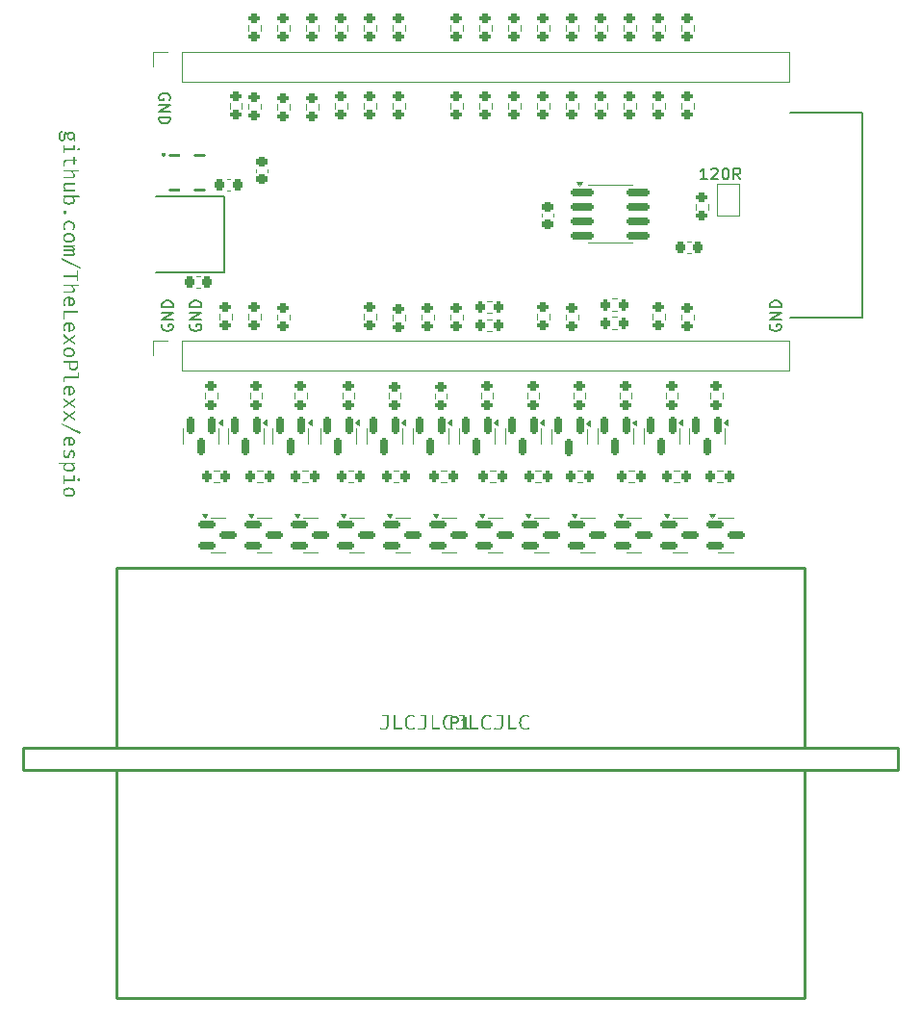
<source format=gbr>
%TF.GenerationSoftware,KiCad,Pcbnew,8.0.8*%
%TF.CreationDate,2025-02-23T18:35:03+01:00*%
%TF.ProjectId,espio,65737069-6f2e-46b6-9963-61645f706362,rev?*%
%TF.SameCoordinates,Original*%
%TF.FileFunction,Legend,Top*%
%TF.FilePolarity,Positive*%
%FSLAX46Y46*%
G04 Gerber Fmt 4.6, Leading zero omitted, Abs format (unit mm)*
G04 Created by KiCad (PCBNEW 8.0.8) date 2025-02-23 18:35:03*
%MOMM*%
%LPD*%
G01*
G04 APERTURE LIST*
G04 Aperture macros list*
%AMRoundRect*
0 Rectangle with rounded corners*
0 $1 Rounding radius*
0 $2 $3 $4 $5 $6 $7 $8 $9 X,Y pos of 4 corners*
0 Add a 4 corners polygon primitive as box body*
4,1,4,$2,$3,$4,$5,$6,$7,$8,$9,$2,$3,0*
0 Add four circle primitives for the rounded corners*
1,1,$1+$1,$2,$3*
1,1,$1+$1,$4,$5*
1,1,$1+$1,$6,$7*
1,1,$1+$1,$8,$9*
0 Add four rect primitives between the rounded corners*
20,1,$1+$1,$2,$3,$4,$5,0*
20,1,$1+$1,$4,$5,$6,$7,0*
20,1,$1+$1,$6,$7,$8,$9,0*
20,1,$1+$1,$8,$9,$2,$3,0*%
%AMFreePoly0*
4,1,45,0.895355,0.795355,0.910000,0.760000,0.910000,0.560000,1.690000,0.560000,1.725355,0.545355,1.740000,0.510000,1.740000,0.140000,1.725355,0.104645,1.690000,0.090000,0.920000,0.090000,0.920000,-0.090000,1.690000,-0.090000,1.725355,-0.104645,1.740000,-0.140000,1.740000,-0.510000,1.725355,-0.545355,1.690000,-0.560000,0.940000,-0.560000,0.940000,-0.760000,0.925355,-0.795355,
0.890000,-0.810000,-0.900000,-0.810000,-0.935355,-0.795355,-0.950000,-0.760000,-0.950000,-0.560000,-1.710000,-0.560000,-1.745355,-0.545355,-1.760000,-0.510000,-1.760000,-0.140000,-1.745355,-0.104645,-1.710000,-0.090000,-0.930000,-0.090000,-0.930000,0.090000,-1.710000,0.090000,-1.745355,0.104645,-1.760000,0.140000,-1.760000,0.510000,-1.745355,0.545355,-1.710000,0.560000,-0.940000,0.560000,
-0.940000,0.760000,-0.925355,0.795355,-0.890000,0.810000,0.860000,0.810000,0.895355,0.795355,0.895355,0.795355,$1*%
G04 Aperture macros list end*
%ADD10C,0.150000*%
%ADD11C,0.120000*%
%ADD12C,0.250000*%
%ADD13RoundRect,0.200000X-0.200000X-0.275000X0.200000X-0.275000X0.200000X0.275000X-0.200000X0.275000X0*%
%ADD14RoundRect,0.200000X0.200000X0.275000X-0.200000X0.275000X-0.200000X-0.275000X0.200000X-0.275000X0*%
%ADD15RoundRect,0.200000X-0.275000X0.200000X-0.275000X-0.200000X0.275000X-0.200000X0.275000X0.200000X0*%
%ADD16RoundRect,0.225000X-0.225000X-0.250000X0.225000X-0.250000X0.225000X0.250000X-0.225000X0.250000X0*%
%ADD17RoundRect,0.150000X-0.587500X-0.150000X0.587500X-0.150000X0.587500X0.150000X-0.587500X0.150000X0*%
%ADD18RoundRect,0.150000X-0.825000X-0.150000X0.825000X-0.150000X0.825000X0.150000X-0.825000X0.150000X0*%
%ADD19RoundRect,0.225000X-0.250000X0.225000X-0.250000X-0.225000X0.250000X-0.225000X0.250000X0.225000X0*%
%ADD20R,1.700000X1.700000*%
%ADD21O,1.700000X1.700000*%
%ADD22RoundRect,0.150000X-0.150000X0.587500X-0.150000X-0.587500X0.150000X-0.587500X0.150000X0.587500X0*%
%ADD23C,2.000000*%
%ADD24C,2.500000*%
%ADD25RoundRect,0.200000X0.275000X-0.200000X0.275000X0.200000X-0.275000X0.200000X-0.275000X-0.200000X0*%
%ADD26R,0.600000X0.380000*%
%ADD27FreePoly0,270.000000*%
%ADD28R,1.500000X1.000000*%
%ADD29R,2.410000X0.980000*%
%ADD30R,5.710000X5.550000*%
%ADD31RoundRect,0.225000X0.250000X-0.225000X0.250000X0.225000X-0.250000X0.225000X-0.250000X-0.225000X0*%
G04 APERTURE END LIST*
D10*
G36*
X133328828Y-136018455D02*
G01*
X133328828Y-136886543D01*
X133325264Y-136952224D01*
X133314574Y-137017694D01*
X133307237Y-137047841D01*
X133285288Y-137110547D01*
X133254012Y-137168641D01*
X133236431Y-137193898D01*
X133190317Y-137243209D01*
X133137331Y-137281006D01*
X133101804Y-137299631D01*
X133038530Y-137322228D01*
X132972348Y-137334631D01*
X132905732Y-137339165D01*
X132890021Y-137339321D01*
X132817639Y-137335447D01*
X132748136Y-137323827D01*
X132681514Y-137304460D01*
X132617771Y-137277345D01*
X132556909Y-137242484D01*
X132537261Y-137229143D01*
X132609337Y-137119917D01*
X132664736Y-137152787D01*
X132726143Y-137180702D01*
X132761745Y-137191993D01*
X132824144Y-137204756D01*
X132888116Y-137209774D01*
X132958485Y-137202842D01*
X133019210Y-137182046D01*
X133075371Y-137142679D01*
X133094501Y-137122140D01*
X133129650Y-137067468D01*
X133153295Y-137002398D01*
X133164656Y-136935829D01*
X133167212Y-136880510D01*
X133167212Y-136148002D01*
X132786511Y-136148002D01*
X132786511Y-136018455D01*
X133328828Y-136018455D01*
G37*
G36*
X133773985Y-137319000D02*
G01*
X133773985Y-136018455D01*
X133936235Y-136018455D01*
X133936235Y-137176752D01*
X134522369Y-137176752D01*
X134503636Y-137319000D01*
X133773985Y-137319000D01*
G37*
G36*
X135308221Y-135998134D02*
G01*
X135375861Y-136000545D01*
X135443358Y-136008880D01*
X135508293Y-136024925D01*
X135519051Y-136028616D01*
X135581517Y-136055302D01*
X135636817Y-136086903D01*
X135680667Y-136117838D01*
X135589857Y-136240081D01*
X135539430Y-136196571D01*
X135482545Y-136162607D01*
X135461581Y-136153717D01*
X135396851Y-136135029D01*
X135329471Y-136127782D01*
X135320286Y-136127681D01*
X135255921Y-136132704D01*
X135188629Y-136149833D01*
X135130645Y-136175954D01*
X135125014Y-136179118D01*
X135072463Y-136217673D01*
X135026733Y-136269436D01*
X134991409Y-136327318D01*
X134980862Y-136348989D01*
X134956969Y-136413445D01*
X134941662Y-136478439D01*
X134931583Y-136551455D01*
X134927103Y-136620425D01*
X134926249Y-136669680D01*
X134928069Y-136740660D01*
X134933527Y-136806192D01*
X134944495Y-136875761D01*
X134960416Y-136937916D01*
X134978004Y-136985290D01*
X135010184Y-137047017D01*
X135048139Y-137098245D01*
X135097088Y-137142853D01*
X135118664Y-137157066D01*
X135176046Y-137184862D01*
X135237459Y-137202362D01*
X135302904Y-137209568D01*
X135316476Y-137209774D01*
X135379954Y-137206549D01*
X135446633Y-137194166D01*
X135494285Y-137176752D01*
X135552134Y-137146035D01*
X135605617Y-137109078D01*
X135615258Y-137101184D01*
X135699083Y-137208822D01*
X135645487Y-137249546D01*
X135585595Y-137282952D01*
X135546040Y-137300584D01*
X135482915Y-137321011D01*
X135418945Y-137332927D01*
X135348193Y-137338715D01*
X135314571Y-137339321D01*
X135247422Y-137335644D01*
X135183220Y-137324613D01*
X135121966Y-137306229D01*
X135063659Y-137280491D01*
X135031665Y-137262482D01*
X134979132Y-137225370D01*
X134931552Y-137181270D01*
X134888925Y-137130180D01*
X134851251Y-137072101D01*
X134831947Y-137035775D01*
X134806913Y-136977079D01*
X134787058Y-136913626D01*
X134772383Y-136845419D01*
X134762887Y-136772456D01*
X134758931Y-136708021D01*
X134758284Y-136667775D01*
X134760121Y-136601100D01*
X134765632Y-136537804D01*
X134777096Y-136466311D01*
X134793851Y-136399685D01*
X134815898Y-136337926D01*
X134833535Y-136299457D01*
X134868827Y-136237553D01*
X134908860Y-136182700D01*
X134953634Y-136134897D01*
X135003148Y-136094143D01*
X135033570Y-136074020D01*
X135097648Y-136040820D01*
X135164783Y-136017106D01*
X135234974Y-136002877D01*
X135298898Y-135998208D01*
X135308221Y-135998134D01*
G37*
G36*
X136685604Y-136018455D02*
G01*
X136685604Y-136886543D01*
X136682040Y-136952224D01*
X136671350Y-137017694D01*
X136664013Y-137047841D01*
X136642064Y-137110547D01*
X136610788Y-137168641D01*
X136593207Y-137193898D01*
X136547093Y-137243209D01*
X136494107Y-137281006D01*
X136458580Y-137299631D01*
X136395306Y-137322228D01*
X136329124Y-137334631D01*
X136262508Y-137339165D01*
X136246797Y-137339321D01*
X136174415Y-137335447D01*
X136104912Y-137323827D01*
X136038290Y-137304460D01*
X135974547Y-137277345D01*
X135913685Y-137242484D01*
X135894037Y-137229143D01*
X135966113Y-137119917D01*
X136021512Y-137152787D01*
X136082919Y-137180702D01*
X136118521Y-137191993D01*
X136180920Y-137204756D01*
X136244892Y-137209774D01*
X136315261Y-137202842D01*
X136375986Y-137182046D01*
X136432147Y-137142679D01*
X136451277Y-137122140D01*
X136486426Y-137067468D01*
X136510071Y-137002398D01*
X136521432Y-136935829D01*
X136523988Y-136880510D01*
X136523988Y-136148002D01*
X136143287Y-136148002D01*
X136143287Y-136018455D01*
X136685604Y-136018455D01*
G37*
G36*
X137130761Y-137319000D02*
G01*
X137130761Y-136018455D01*
X137293011Y-136018455D01*
X137293011Y-137176752D01*
X137879145Y-137176752D01*
X137860412Y-137319000D01*
X137130761Y-137319000D01*
G37*
G36*
X138664997Y-135998134D02*
G01*
X138732637Y-136000545D01*
X138800134Y-136008880D01*
X138865069Y-136024925D01*
X138875827Y-136028616D01*
X138938293Y-136055302D01*
X138993593Y-136086903D01*
X139037443Y-136117838D01*
X138946633Y-136240081D01*
X138896206Y-136196571D01*
X138839321Y-136162607D01*
X138818357Y-136153717D01*
X138753627Y-136135029D01*
X138686247Y-136127782D01*
X138677062Y-136127681D01*
X138612697Y-136132704D01*
X138545405Y-136149833D01*
X138487421Y-136175954D01*
X138481790Y-136179118D01*
X138429239Y-136217673D01*
X138383509Y-136269436D01*
X138348185Y-136327318D01*
X138337638Y-136348989D01*
X138313745Y-136413445D01*
X138298438Y-136478439D01*
X138288359Y-136551455D01*
X138283879Y-136620425D01*
X138283025Y-136669680D01*
X138284845Y-136740660D01*
X138290303Y-136806192D01*
X138301271Y-136875761D01*
X138317192Y-136937916D01*
X138334780Y-136985290D01*
X138366960Y-137047017D01*
X138404915Y-137098245D01*
X138453864Y-137142853D01*
X138475440Y-137157066D01*
X138532822Y-137184862D01*
X138594235Y-137202362D01*
X138659680Y-137209568D01*
X138673252Y-137209774D01*
X138736730Y-137206549D01*
X138803409Y-137194166D01*
X138851061Y-137176752D01*
X138908910Y-137146035D01*
X138962393Y-137109078D01*
X138972034Y-137101184D01*
X139055859Y-137208822D01*
X139002263Y-137249546D01*
X138942371Y-137282952D01*
X138902816Y-137300584D01*
X138839691Y-137321011D01*
X138775721Y-137332927D01*
X138704969Y-137338715D01*
X138671347Y-137339321D01*
X138604198Y-137335644D01*
X138539996Y-137324613D01*
X138478742Y-137306229D01*
X138420435Y-137280491D01*
X138388441Y-137262482D01*
X138335907Y-137225370D01*
X138288328Y-137181270D01*
X138245701Y-137130180D01*
X138208027Y-137072101D01*
X138188723Y-137035775D01*
X138163689Y-136977079D01*
X138143834Y-136913626D01*
X138129159Y-136845419D01*
X138119663Y-136772456D01*
X138115707Y-136708021D01*
X138115060Y-136667775D01*
X138116897Y-136601100D01*
X138122408Y-136537804D01*
X138133872Y-136466311D01*
X138150627Y-136399685D01*
X138172674Y-136337926D01*
X138190311Y-136299457D01*
X138225603Y-136237553D01*
X138265636Y-136182700D01*
X138310410Y-136134897D01*
X138359924Y-136094143D01*
X138390346Y-136074020D01*
X138454424Y-136040820D01*
X138521559Y-136017106D01*
X138591750Y-136002877D01*
X138655674Y-135998208D01*
X138664997Y-135998134D01*
G37*
G36*
X140042380Y-136018455D02*
G01*
X140042380Y-136886543D01*
X140038816Y-136952224D01*
X140028126Y-137017694D01*
X140020789Y-137047841D01*
X139998840Y-137110547D01*
X139967564Y-137168641D01*
X139949983Y-137193898D01*
X139903869Y-137243209D01*
X139850883Y-137281006D01*
X139815356Y-137299631D01*
X139752082Y-137322228D01*
X139685900Y-137334631D01*
X139619284Y-137339165D01*
X139603573Y-137339321D01*
X139531191Y-137335447D01*
X139461688Y-137323827D01*
X139395066Y-137304460D01*
X139331323Y-137277345D01*
X139270461Y-137242484D01*
X139250813Y-137229143D01*
X139322889Y-137119917D01*
X139378288Y-137152787D01*
X139439695Y-137180702D01*
X139475297Y-137191993D01*
X139537696Y-137204756D01*
X139601668Y-137209774D01*
X139672037Y-137202842D01*
X139732762Y-137182046D01*
X139788923Y-137142679D01*
X139808053Y-137122140D01*
X139843202Y-137067468D01*
X139866847Y-137002398D01*
X139878208Y-136935829D01*
X139880764Y-136880510D01*
X139880764Y-136148002D01*
X139500063Y-136148002D01*
X139500063Y-136018455D01*
X140042380Y-136018455D01*
G37*
G36*
X140487537Y-137319000D02*
G01*
X140487537Y-136018455D01*
X140649787Y-136018455D01*
X140649787Y-137176752D01*
X141235921Y-137176752D01*
X141217188Y-137319000D01*
X140487537Y-137319000D01*
G37*
G36*
X142021773Y-135998134D02*
G01*
X142089413Y-136000545D01*
X142156910Y-136008880D01*
X142221845Y-136024925D01*
X142232603Y-136028616D01*
X142295069Y-136055302D01*
X142350369Y-136086903D01*
X142394219Y-136117838D01*
X142303409Y-136240081D01*
X142252982Y-136196571D01*
X142196097Y-136162607D01*
X142175133Y-136153717D01*
X142110403Y-136135029D01*
X142043023Y-136127782D01*
X142033838Y-136127681D01*
X141969473Y-136132704D01*
X141902181Y-136149833D01*
X141844197Y-136175954D01*
X141838566Y-136179118D01*
X141786015Y-136217673D01*
X141740285Y-136269436D01*
X141704961Y-136327318D01*
X141694414Y-136348989D01*
X141670521Y-136413445D01*
X141655214Y-136478439D01*
X141645135Y-136551455D01*
X141640655Y-136620425D01*
X141639801Y-136669680D01*
X141641621Y-136740660D01*
X141647079Y-136806192D01*
X141658047Y-136875761D01*
X141673968Y-136937916D01*
X141691556Y-136985290D01*
X141723736Y-137047017D01*
X141761691Y-137098245D01*
X141810640Y-137142853D01*
X141832216Y-137157066D01*
X141889598Y-137184862D01*
X141951011Y-137202362D01*
X142016456Y-137209568D01*
X142030028Y-137209774D01*
X142093506Y-137206549D01*
X142160185Y-137194166D01*
X142207837Y-137176752D01*
X142265686Y-137146035D01*
X142319169Y-137109078D01*
X142328810Y-137101184D01*
X142412635Y-137208822D01*
X142359039Y-137249546D01*
X142299147Y-137282952D01*
X142259592Y-137300584D01*
X142196467Y-137321011D01*
X142132497Y-137332927D01*
X142061745Y-137338715D01*
X142028123Y-137339321D01*
X141960974Y-137335644D01*
X141896772Y-137324613D01*
X141835518Y-137306229D01*
X141777211Y-137280491D01*
X141745217Y-137262482D01*
X141692683Y-137225370D01*
X141645104Y-137181270D01*
X141602477Y-137130180D01*
X141564803Y-137072101D01*
X141545499Y-137035775D01*
X141520465Y-136977079D01*
X141500610Y-136913626D01*
X141485935Y-136845419D01*
X141476439Y-136772456D01*
X141472483Y-136708021D01*
X141471836Y-136667775D01*
X141473673Y-136601100D01*
X141479184Y-136537804D01*
X141490648Y-136466311D01*
X141507403Y-136399685D01*
X141529450Y-136337926D01*
X141547087Y-136299457D01*
X141582379Y-136237553D01*
X141622412Y-136182700D01*
X141667186Y-136134897D01*
X141716700Y-136094143D01*
X141747122Y-136074020D01*
X141811200Y-136040820D01*
X141878335Y-136017106D01*
X141948526Y-136002877D01*
X142012450Y-135998208D01*
X142021773Y-135998134D01*
G37*
G36*
X143399156Y-136018455D02*
G01*
X143399156Y-136886543D01*
X143395592Y-136952224D01*
X143384902Y-137017694D01*
X143377565Y-137047841D01*
X143355616Y-137110547D01*
X143324340Y-137168641D01*
X143306759Y-137193898D01*
X143260645Y-137243209D01*
X143207659Y-137281006D01*
X143172132Y-137299631D01*
X143108858Y-137322228D01*
X143042676Y-137334631D01*
X142976060Y-137339165D01*
X142960349Y-137339321D01*
X142887967Y-137335447D01*
X142818464Y-137323827D01*
X142751842Y-137304460D01*
X142688099Y-137277345D01*
X142627237Y-137242484D01*
X142607589Y-137229143D01*
X142679665Y-137119917D01*
X142735064Y-137152787D01*
X142796471Y-137180702D01*
X142832073Y-137191993D01*
X142894472Y-137204756D01*
X142958444Y-137209774D01*
X143028813Y-137202842D01*
X143089538Y-137182046D01*
X143145699Y-137142679D01*
X143164829Y-137122140D01*
X143199978Y-137067468D01*
X143223623Y-137002398D01*
X143234984Y-136935829D01*
X143237540Y-136880510D01*
X143237540Y-136148002D01*
X142856839Y-136148002D01*
X142856839Y-136018455D01*
X143399156Y-136018455D01*
G37*
G36*
X143844313Y-137319000D02*
G01*
X143844313Y-136018455D01*
X144006563Y-136018455D01*
X144006563Y-137176752D01*
X144592697Y-137176752D01*
X144573964Y-137319000D01*
X143844313Y-137319000D01*
G37*
G36*
X145378549Y-135998134D02*
G01*
X145446189Y-136000545D01*
X145513686Y-136008880D01*
X145578621Y-136024925D01*
X145589379Y-136028616D01*
X145651845Y-136055302D01*
X145707145Y-136086903D01*
X145750995Y-136117838D01*
X145660185Y-136240081D01*
X145609758Y-136196571D01*
X145552873Y-136162607D01*
X145531909Y-136153717D01*
X145467179Y-136135029D01*
X145399799Y-136127782D01*
X145390614Y-136127681D01*
X145326249Y-136132704D01*
X145258957Y-136149833D01*
X145200973Y-136175954D01*
X145195342Y-136179118D01*
X145142791Y-136217673D01*
X145097061Y-136269436D01*
X145061737Y-136327318D01*
X145051190Y-136348989D01*
X145027297Y-136413445D01*
X145011990Y-136478439D01*
X145001911Y-136551455D01*
X144997431Y-136620425D01*
X144996577Y-136669680D01*
X144998397Y-136740660D01*
X145003855Y-136806192D01*
X145014823Y-136875761D01*
X145030744Y-136937916D01*
X145048332Y-136985290D01*
X145080512Y-137047017D01*
X145118467Y-137098245D01*
X145167416Y-137142853D01*
X145188992Y-137157066D01*
X145246374Y-137184862D01*
X145307787Y-137202362D01*
X145373232Y-137209568D01*
X145386804Y-137209774D01*
X145450282Y-137206549D01*
X145516961Y-137194166D01*
X145564613Y-137176752D01*
X145622462Y-137146035D01*
X145675945Y-137109078D01*
X145685586Y-137101184D01*
X145769411Y-137208822D01*
X145715815Y-137249546D01*
X145655923Y-137282952D01*
X145616368Y-137300584D01*
X145553243Y-137321011D01*
X145489273Y-137332927D01*
X145418521Y-137338715D01*
X145384899Y-137339321D01*
X145317750Y-137335644D01*
X145253548Y-137324613D01*
X145192294Y-137306229D01*
X145133987Y-137280491D01*
X145101993Y-137262482D01*
X145049459Y-137225370D01*
X145001880Y-137181270D01*
X144959253Y-137130180D01*
X144921579Y-137072101D01*
X144902275Y-137035775D01*
X144877241Y-136977079D01*
X144857386Y-136913626D01*
X144842711Y-136845419D01*
X144833215Y-136772456D01*
X144829259Y-136708021D01*
X144828612Y-136667775D01*
X144830449Y-136601100D01*
X144835960Y-136537804D01*
X144847424Y-136466311D01*
X144864179Y-136399685D01*
X144886226Y-136337926D01*
X144903863Y-136299457D01*
X144939155Y-136237553D01*
X144979188Y-136182700D01*
X145023962Y-136134897D01*
X145073476Y-136094143D01*
X145103898Y-136074020D01*
X145167976Y-136040820D01*
X145235111Y-136017106D01*
X145305302Y-136002877D01*
X145369226Y-135998208D01*
X145378549Y-135998134D01*
G37*
X161362588Y-88909819D02*
X160791160Y-88909819D01*
X161076874Y-88909819D02*
X161076874Y-87909819D01*
X161076874Y-87909819D02*
X160981636Y-88052676D01*
X160981636Y-88052676D02*
X160886398Y-88147914D01*
X160886398Y-88147914D02*
X160791160Y-88195533D01*
X161743541Y-88005057D02*
X161791160Y-87957438D01*
X161791160Y-87957438D02*
X161886398Y-87909819D01*
X161886398Y-87909819D02*
X162124493Y-87909819D01*
X162124493Y-87909819D02*
X162219731Y-87957438D01*
X162219731Y-87957438D02*
X162267350Y-88005057D01*
X162267350Y-88005057D02*
X162314969Y-88100295D01*
X162314969Y-88100295D02*
X162314969Y-88195533D01*
X162314969Y-88195533D02*
X162267350Y-88338390D01*
X162267350Y-88338390D02*
X161695922Y-88909819D01*
X161695922Y-88909819D02*
X162314969Y-88909819D01*
X162934017Y-87909819D02*
X163029255Y-87909819D01*
X163029255Y-87909819D02*
X163124493Y-87957438D01*
X163124493Y-87957438D02*
X163172112Y-88005057D01*
X163172112Y-88005057D02*
X163219731Y-88100295D01*
X163219731Y-88100295D02*
X163267350Y-88290771D01*
X163267350Y-88290771D02*
X163267350Y-88528866D01*
X163267350Y-88528866D02*
X163219731Y-88719342D01*
X163219731Y-88719342D02*
X163172112Y-88814580D01*
X163172112Y-88814580D02*
X163124493Y-88862200D01*
X163124493Y-88862200D02*
X163029255Y-88909819D01*
X163029255Y-88909819D02*
X162934017Y-88909819D01*
X162934017Y-88909819D02*
X162838779Y-88862200D01*
X162838779Y-88862200D02*
X162791160Y-88814580D01*
X162791160Y-88814580D02*
X162743541Y-88719342D01*
X162743541Y-88719342D02*
X162695922Y-88528866D01*
X162695922Y-88528866D02*
X162695922Y-88290771D01*
X162695922Y-88290771D02*
X162743541Y-88100295D01*
X162743541Y-88100295D02*
X162791160Y-88005057D01*
X162791160Y-88005057D02*
X162838779Y-87957438D01*
X162838779Y-87957438D02*
X162934017Y-87909819D01*
X164267350Y-88909819D02*
X163934017Y-88433628D01*
X163695922Y-88909819D02*
X163695922Y-87909819D01*
X163695922Y-87909819D02*
X164076874Y-87909819D01*
X164076874Y-87909819D02*
X164172112Y-87957438D01*
X164172112Y-87957438D02*
X164219731Y-88005057D01*
X164219731Y-88005057D02*
X164267350Y-88100295D01*
X164267350Y-88100295D02*
X164267350Y-88243152D01*
X164267350Y-88243152D02*
X164219731Y-88338390D01*
X164219731Y-88338390D02*
X164172112Y-88386009D01*
X164172112Y-88386009D02*
X164076874Y-88433628D01*
X164076874Y-88433628D02*
X163695922Y-88433628D01*
X168652000Y-101040000D02*
X175002000Y-101040000D01*
X168652000Y-83040000D02*
X175002000Y-83040000D01*
X175002000Y-83040000D02*
X175002000Y-101040000D01*
X114084561Y-81900588D02*
X114132180Y-81805350D01*
X114132180Y-81805350D02*
X114132180Y-81662493D01*
X114132180Y-81662493D02*
X114084561Y-81519636D01*
X114084561Y-81519636D02*
X113989323Y-81424398D01*
X113989323Y-81424398D02*
X113894085Y-81376779D01*
X113894085Y-81376779D02*
X113703609Y-81329160D01*
X113703609Y-81329160D02*
X113560752Y-81329160D01*
X113560752Y-81329160D02*
X113370276Y-81376779D01*
X113370276Y-81376779D02*
X113275038Y-81424398D01*
X113275038Y-81424398D02*
X113179800Y-81519636D01*
X113179800Y-81519636D02*
X113132180Y-81662493D01*
X113132180Y-81662493D02*
X113132180Y-81757731D01*
X113132180Y-81757731D02*
X113179800Y-81900588D01*
X113179800Y-81900588D02*
X113227419Y-81948207D01*
X113227419Y-81948207D02*
X113560752Y-81948207D01*
X113560752Y-81948207D02*
X113560752Y-81757731D01*
X113132180Y-82376779D02*
X114132180Y-82376779D01*
X114132180Y-82376779D02*
X113132180Y-82948207D01*
X113132180Y-82948207D02*
X114132180Y-82948207D01*
X113132180Y-83424398D02*
X114132180Y-83424398D01*
X114132180Y-83424398D02*
X114132180Y-83662493D01*
X114132180Y-83662493D02*
X114084561Y-83805350D01*
X114084561Y-83805350D02*
X113989323Y-83900588D01*
X113989323Y-83900588D02*
X113894085Y-83948207D01*
X113894085Y-83948207D02*
X113703609Y-83995826D01*
X113703609Y-83995826D02*
X113560752Y-83995826D01*
X113560752Y-83995826D02*
X113370276Y-83948207D01*
X113370276Y-83948207D02*
X113275038Y-83900588D01*
X113275038Y-83900588D02*
X113179800Y-83805350D01*
X113179800Y-83805350D02*
X113132180Y-83662493D01*
X113132180Y-83662493D02*
X113132180Y-83424398D01*
G36*
X104618537Y-84804173D02*
G01*
X104553446Y-84812855D01*
X104522012Y-84826399D01*
X104478490Y-84874505D01*
X104464859Y-84907683D01*
X104451413Y-84974054D01*
X104446583Y-85043426D01*
X104446126Y-85076601D01*
X104448116Y-85143516D01*
X104455265Y-85209683D01*
X104471513Y-85276932D01*
X104487720Y-85313785D01*
X104531895Y-85364792D01*
X104591627Y-85387236D01*
X104611551Y-85388401D01*
X104674499Y-85372526D01*
X104719824Y-85324898D01*
X104744568Y-85263256D01*
X104755137Y-85195132D01*
X104756021Y-85166140D01*
X104756021Y-84990872D01*
X104760391Y-84924295D01*
X104777602Y-84857590D01*
X104811269Y-84803220D01*
X104862771Y-84762414D01*
X104924966Y-84744052D01*
X104938275Y-84743527D01*
X105003111Y-84756321D01*
X105060969Y-84794703D01*
X105103116Y-84845139D01*
X105107511Y-84851800D01*
X105144917Y-84795581D01*
X105197333Y-84744693D01*
X105259199Y-84709637D01*
X105330516Y-84690413D01*
X105387242Y-84686374D01*
X105455155Y-84692227D01*
X105517440Y-84709786D01*
X105569179Y-84735907D01*
X105619700Y-84774575D01*
X105662117Y-84822473D01*
X105693645Y-84874026D01*
X105719496Y-84938299D01*
X105733685Y-85002199D01*
X105739005Y-85071309D01*
X105739050Y-85078506D01*
X105739853Y-85144648D01*
X105742632Y-85209478D01*
X105748585Y-85275241D01*
X105749210Y-85280129D01*
X105759898Y-85343725D01*
X105775833Y-85406136D01*
X105778104Y-85413168D01*
X105801189Y-85476382D01*
X105821921Y-85526521D01*
X105670466Y-85575101D01*
X105651778Y-85514032D01*
X105644532Y-85449893D01*
X105644430Y-85441109D01*
X105644430Y-85377061D01*
X105644430Y-85313344D01*
X105644430Y-85287749D01*
X105611035Y-85345694D01*
X105563807Y-85398145D01*
X105507675Y-85434278D01*
X105442640Y-85454092D01*
X105390735Y-85458255D01*
X105319393Y-85452163D01*
X105254600Y-85433886D01*
X105196356Y-85403424D01*
X105144660Y-85360778D01*
X105102431Y-85307217D01*
X105072267Y-85244011D01*
X105055771Y-85180795D01*
X105048513Y-85110194D01*
X105048136Y-85088667D01*
X105048381Y-85082316D01*
X105149741Y-85082316D01*
X105157094Y-85147739D01*
X105184747Y-85210255D01*
X105211974Y-85240757D01*
X105270608Y-85276527D01*
X105332828Y-85292551D01*
X105385337Y-85296004D01*
X105452112Y-85290694D01*
X105517302Y-85270304D01*
X105572758Y-85227187D01*
X105606032Y-85163254D01*
X105616897Y-85091887D01*
X105617124Y-85078506D01*
X105610674Y-85010532D01*
X105588681Y-84949727D01*
X105551080Y-84903555D01*
X105496681Y-84869114D01*
X105432548Y-84850570D01*
X105384385Y-84847037D01*
X105318191Y-84853828D01*
X105255822Y-84876726D01*
X105215784Y-84904508D01*
X105175539Y-84956451D01*
X105154965Y-85019599D01*
X105149741Y-85082316D01*
X105048381Y-85082316D01*
X105050636Y-85023774D01*
X105052581Y-85006113D01*
X105065599Y-84942292D01*
X105023369Y-84905143D01*
X104969074Y-84890854D01*
X104910564Y-84917077D01*
X104909064Y-84918796D01*
X104887862Y-84980013D01*
X104885568Y-85022623D01*
X104885568Y-85199797D01*
X104881365Y-85265466D01*
X104867196Y-85331541D01*
X104850006Y-85377288D01*
X104816972Y-85435612D01*
X104772138Y-85486350D01*
X104753799Y-85501437D01*
X104698034Y-85532692D01*
X104631676Y-85546757D01*
X104617584Y-85547159D01*
X104549100Y-85539479D01*
X104489070Y-85516440D01*
X104437493Y-85478040D01*
X104394371Y-85424281D01*
X104364059Y-85365798D01*
X104341193Y-85297592D01*
X104327519Y-85231390D01*
X104319314Y-85158044D01*
X104316655Y-85091465D01*
X104316579Y-85077554D01*
X104318160Y-85012106D01*
X104323835Y-84945085D01*
X104335154Y-84879602D01*
X104349601Y-84830209D01*
X104378996Y-84769618D01*
X104421825Y-84720404D01*
X104449618Y-84700980D01*
X104509817Y-84675899D01*
X104575617Y-84664097D01*
X104618537Y-84662243D01*
X104618537Y-84804173D01*
G37*
G36*
X106186112Y-86219023D02*
G01*
X106170954Y-86280717D01*
X106154043Y-86302212D01*
X106095214Y-86332142D01*
X106075616Y-86333646D01*
X106012272Y-86315964D01*
X105994967Y-86302212D01*
X105964605Y-86243749D01*
X105962581Y-86219023D01*
X105979312Y-86157005D01*
X105994967Y-86137739D01*
X106052596Y-86107971D01*
X106075616Y-86105987D01*
X106137115Y-86123847D01*
X106154043Y-86137739D01*
X106184108Y-86195368D01*
X106186112Y-86219023D01*
G37*
G36*
X105718729Y-86344124D02*
G01*
X104852546Y-86344124D01*
X104852546Y-86621315D01*
X104723000Y-86621315D01*
X104723000Y-85883726D01*
X104852546Y-85883726D01*
X104852546Y-86187271D01*
X105589182Y-86187271D01*
X105589182Y-85893251D01*
X105718729Y-85893251D01*
X105718729Y-86344124D01*
G37*
G36*
X104773167Y-87745638D02*
G01*
X104741956Y-87686152D01*
X104721412Y-87623394D01*
X104708606Y-87561092D01*
X104702843Y-87495418D01*
X104702678Y-87482418D01*
X104706659Y-87416564D01*
X104720957Y-87349786D01*
X104749472Y-87285478D01*
X104785868Y-87237930D01*
X104836633Y-87196489D01*
X104894983Y-87168610D01*
X104960918Y-87154294D01*
X105000826Y-87152201D01*
X105589182Y-87152201D01*
X105589182Y-86926130D01*
X105718729Y-86926130D01*
X105718729Y-87152201D01*
X105944800Y-87152201D01*
X105963533Y-87309054D01*
X105718729Y-87309054D01*
X105718729Y-87648796D01*
X105589182Y-87630062D01*
X105589182Y-87309054D01*
X105001143Y-87309054D01*
X104936444Y-87317319D01*
X104878144Y-87349579D01*
X104875407Y-87352236D01*
X104843020Y-87410024D01*
X104832604Y-87478018D01*
X104832225Y-87496388D01*
X104837310Y-87562099D01*
X104845243Y-87598311D01*
X104866745Y-87659337D01*
X104878900Y-87684993D01*
X104773167Y-87745638D01*
G37*
G36*
X106134357Y-88241280D02*
G01*
X105568544Y-88241280D01*
X105621551Y-88284161D01*
X105664879Y-88333345D01*
X105695868Y-88383527D01*
X105722182Y-88447184D01*
X105736351Y-88511466D01*
X105739050Y-88554668D01*
X105734208Y-88621723D01*
X105717185Y-88685538D01*
X105683895Y-88742008D01*
X105661576Y-88764546D01*
X105607232Y-88799541D01*
X105541044Y-88821575D01*
X105471347Y-88830323D01*
X105445983Y-88830907D01*
X104723000Y-88830907D01*
X104723000Y-88674371D01*
X105438362Y-88674371D01*
X105502890Y-88667559D01*
X105560440Y-88640471D01*
X105568544Y-88633094D01*
X105600503Y-88576402D01*
X105609463Y-88509932D01*
X105609503Y-88504501D01*
X105600101Y-88439778D01*
X105582832Y-88397815D01*
X105546947Y-88341711D01*
X105517106Y-88307323D01*
X105469680Y-88264740D01*
X105436457Y-88241280D01*
X104723000Y-88241280D01*
X104723000Y-88084427D01*
X106117211Y-88084427D01*
X106134357Y-88241280D01*
G37*
G36*
X105718729Y-89360205D02*
G01*
X105016702Y-89360205D01*
X104950991Y-89365831D01*
X104890326Y-89388687D01*
X104875407Y-89400212D01*
X104841713Y-89455445D01*
X104832267Y-89520039D01*
X104832225Y-89525314D01*
X104839823Y-89589837D01*
X104862618Y-89651321D01*
X104878265Y-89678674D01*
X104918502Y-89732201D01*
X104968163Y-89778007D01*
X104987490Y-89791392D01*
X105718729Y-89791392D01*
X105718729Y-89948244D01*
X104723000Y-89948244D01*
X104723000Y-89814570D01*
X104861119Y-89801552D01*
X104812532Y-89758559D01*
X104772424Y-89709037D01*
X104743321Y-89658353D01*
X104718554Y-89594205D01*
X104705219Y-89529878D01*
X104702678Y-89486894D01*
X104707481Y-89420117D01*
X104724364Y-89355761D01*
X104757381Y-89297628D01*
X104779517Y-89273841D01*
X104833755Y-89236669D01*
X104900024Y-89213265D01*
X104969953Y-89203972D01*
X104995428Y-89203353D01*
X105718729Y-89203353D01*
X105718729Y-89360205D01*
G37*
G36*
X106138802Y-90479131D02*
G01*
X105579657Y-90479131D01*
X105631943Y-90521489D01*
X105674495Y-90569027D01*
X105697455Y-90603597D01*
X105724386Y-90663739D01*
X105737587Y-90728073D01*
X105739050Y-90759180D01*
X105733976Y-90829128D01*
X105718756Y-90891089D01*
X105689944Y-90950567D01*
X105674912Y-90971598D01*
X105629678Y-91018121D01*
X105574150Y-91056086D01*
X105515373Y-91082938D01*
X105493928Y-91090348D01*
X105425291Y-91108460D01*
X105359094Y-91119583D01*
X105288015Y-91126022D01*
X105221817Y-91127815D01*
X105157676Y-91125688D01*
X105088204Y-91118048D01*
X105022821Y-91104851D01*
X104961525Y-91086098D01*
X104954151Y-91083363D01*
X104892061Y-91055018D01*
X104837959Y-91019993D01*
X104787212Y-90973240D01*
X104769674Y-90952229D01*
X104734344Y-90894115D01*
X104712100Y-90828125D01*
X104703267Y-90762000D01*
X104702678Y-90738541D01*
X104705820Y-90701074D01*
X104832225Y-90701074D01*
X104839810Y-90765876D01*
X104866030Y-90827333D01*
X104910978Y-90877689D01*
X104928115Y-90890631D01*
X104990140Y-90922710D01*
X105058852Y-90942411D01*
X105129459Y-90952844D01*
X105197767Y-90956733D01*
X105222134Y-90956992D01*
X105291361Y-90954957D01*
X105373072Y-90945916D01*
X105442677Y-90929641D01*
X105512661Y-90899125D01*
X105563730Y-90857306D01*
X105600046Y-90792206D01*
X105609503Y-90725523D01*
X105601014Y-90661955D01*
X105572884Y-90600763D01*
X105558066Y-90580736D01*
X105514439Y-90533791D01*
X105463353Y-90491909D01*
X105444078Y-90479131D01*
X104958914Y-90479131D01*
X104909286Y-90519316D01*
X104868347Y-90572024D01*
X104866199Y-90575655D01*
X104840718Y-90636222D01*
X104832225Y-90701074D01*
X104705820Y-90701074D01*
X104708650Y-90667331D01*
X104726563Y-90603170D01*
X104756418Y-90546060D01*
X104798216Y-90495999D01*
X104827462Y-90470558D01*
X104723000Y-90459445D01*
X104723000Y-90322278D01*
X106119116Y-90322278D01*
X106138802Y-90479131D01*
G37*
G36*
X104866199Y-91648224D02*
G01*
X104931984Y-91661396D01*
X104980505Y-91694898D01*
X105017419Y-91751122D01*
X105027815Y-91811744D01*
X105015987Y-91876597D01*
X104980505Y-91929542D01*
X104924840Y-91966457D01*
X104866199Y-91976852D01*
X104803093Y-91965025D01*
X104750306Y-91929542D01*
X104714585Y-91876597D01*
X104702678Y-91811744D01*
X104714585Y-91747447D01*
X104750306Y-91694898D01*
X104806735Y-91658479D01*
X104866199Y-91648224D01*
G37*
G36*
X104832225Y-93004333D02*
G01*
X104837457Y-93071230D01*
X104853155Y-93133801D01*
X104856039Y-93141817D01*
X104883821Y-93203415D01*
X104918907Y-93259933D01*
X104814762Y-93336454D01*
X104776068Y-93279940D01*
X104746770Y-93219960D01*
X104732525Y-93181507D01*
X104715532Y-93119744D01*
X104705039Y-93053393D01*
X104702678Y-93004333D01*
X104706647Y-92933845D01*
X104718554Y-92868754D01*
X104741438Y-92801979D01*
X104766182Y-92754766D01*
X104806175Y-92700588D01*
X104854355Y-92654145D01*
X104910724Y-92615439D01*
X104945578Y-92597278D01*
X105006005Y-92573663D01*
X105071394Y-92556795D01*
X105141743Y-92546674D01*
X105207369Y-92543353D01*
X105217054Y-92543300D01*
X105280839Y-92545883D01*
X105350052Y-92555161D01*
X105415337Y-92571185D01*
X105476692Y-92593957D01*
X105484085Y-92597278D01*
X105540027Y-92627501D01*
X105595514Y-92668856D01*
X105643114Y-92717997D01*
X105670466Y-92755083D01*
X105703619Y-92816799D01*
X105723980Y-92877519D01*
X105735768Y-92943755D01*
X105739050Y-93006238D01*
X105735076Y-93074967D01*
X105723154Y-93140413D01*
X105703285Y-93202578D01*
X105675467Y-93261461D01*
X105639702Y-93317062D01*
X105626014Y-93334867D01*
X105511709Y-93258346D01*
X105549814Y-93202455D01*
X105581903Y-93138803D01*
X105601768Y-93075389D01*
X105609408Y-93012213D01*
X105609503Y-93004333D01*
X105601742Y-92936433D01*
X105578460Y-92875616D01*
X105539656Y-92821882D01*
X105511391Y-92795090D01*
X105456163Y-92759251D01*
X105388274Y-92733651D01*
X105318486Y-92719651D01*
X105250952Y-92713891D01*
X105214514Y-92713171D01*
X105142812Y-92716051D01*
X105078925Y-92724691D01*
X105014265Y-92742051D01*
X104953391Y-92771490D01*
X104922399Y-92795090D01*
X104878809Y-92844890D01*
X104849485Y-92901772D01*
X104834426Y-92965737D01*
X104832225Y-93004333D01*
G37*
G36*
X105285166Y-93630894D02*
G01*
X105355575Y-93639243D01*
X105421539Y-93653665D01*
X105483058Y-93674160D01*
X105490435Y-93677149D01*
X105552399Y-93708117D01*
X105606125Y-93746369D01*
X105651613Y-93791904D01*
X105673324Y-93820348D01*
X105705096Y-93877166D01*
X105726469Y-93940816D01*
X105737445Y-94011297D01*
X105739050Y-94053405D01*
X105734105Y-94127823D01*
X105719270Y-94195096D01*
X105694544Y-94255226D01*
X105653198Y-94316348D01*
X105607044Y-94360998D01*
X105598390Y-94367745D01*
X105542294Y-94403894D01*
X105479501Y-94432563D01*
X105410009Y-94453754D01*
X105346984Y-94465699D01*
X105279307Y-94472451D01*
X105221817Y-94474113D01*
X105156949Y-94471789D01*
X105086907Y-94463439D01*
X105021230Y-94449017D01*
X104959920Y-94428522D01*
X104952563Y-94425533D01*
X104890806Y-94394744D01*
X104836985Y-94356671D01*
X104791101Y-94311314D01*
X104769039Y-94282969D01*
X104736961Y-94226533D01*
X104715380Y-94163316D01*
X104704299Y-94093318D01*
X104702678Y-94051500D01*
X104832225Y-94051500D01*
X104839760Y-94117789D01*
X104865806Y-94179779D01*
X104910457Y-94229490D01*
X104927480Y-94242009D01*
X104989351Y-94273014D01*
X105057970Y-94292055D01*
X105128527Y-94302139D01*
X105196816Y-94305897D01*
X105221182Y-94306147D01*
X105291960Y-94303915D01*
X105355461Y-94297217D01*
X105420346Y-94283760D01*
X105482371Y-94260939D01*
X105514566Y-94242644D01*
X105564631Y-94196877D01*
X105596153Y-94138956D01*
X105608669Y-94076434D01*
X105609503Y-94053405D01*
X105601943Y-93986862D01*
X105575810Y-93924413D01*
X105531011Y-93874057D01*
X105513931Y-93861308D01*
X105452137Y-93829997D01*
X105383420Y-93810767D01*
X105312646Y-93800583D01*
X105244074Y-93796788D01*
X105219594Y-93796535D01*
X105149139Y-93798778D01*
X105085895Y-93805510D01*
X105021225Y-93819034D01*
X104959334Y-93841970D01*
X104927162Y-93860355D01*
X104877098Y-93906581D01*
X104845575Y-93965086D01*
X104833059Y-94028239D01*
X104832225Y-94051500D01*
X104702678Y-94051500D01*
X104707657Y-93976941D01*
X104722593Y-93909481D01*
X104747485Y-93849121D01*
X104782335Y-93795860D01*
X104827142Y-93749699D01*
X104844290Y-93735889D01*
X104900643Y-93699417D01*
X104963493Y-93670491D01*
X105032839Y-93649111D01*
X105095590Y-93637058D01*
X105162853Y-93630246D01*
X105219912Y-93628569D01*
X105285166Y-93630894D01*
G37*
G36*
X105739050Y-95445711D02*
G01*
X105729145Y-95508538D01*
X105718094Y-95536203D01*
X105677040Y-95584773D01*
X105637762Y-95607962D01*
X105575295Y-95627062D01*
X105511461Y-95634566D01*
X105464081Y-95635903D01*
X104723000Y-95635903D01*
X104723000Y-95490481D01*
X105433917Y-95490481D01*
X105500964Y-95488595D01*
X105565596Y-95479754D01*
X105568226Y-95479050D01*
X105608858Y-95427514D01*
X105609503Y-95414912D01*
X105594249Y-95351761D01*
X105579974Y-95326960D01*
X105535156Y-95278872D01*
X105483767Y-95243136D01*
X104723000Y-95243136D01*
X104723000Y-95096444D01*
X105433917Y-95096444D01*
X105500964Y-95094610D01*
X105565596Y-95086015D01*
X105568226Y-95085331D01*
X105608858Y-95033551D01*
X105609503Y-95020875D01*
X105594249Y-94956626D01*
X105579974Y-94932288D01*
X105535156Y-94884970D01*
X105483767Y-94849417D01*
X104723000Y-94849417D01*
X104723000Y-94704630D01*
X105718729Y-94704630D01*
X105718729Y-94827826D01*
X105589182Y-94837034D01*
X105640858Y-94874141D01*
X105687592Y-94917945D01*
X105695868Y-94927208D01*
X105728254Y-94983012D01*
X105739008Y-95046141D01*
X105739050Y-95050722D01*
X105728528Y-95114997D01*
X105709203Y-95156137D01*
X105661630Y-95201417D01*
X105598633Y-95227672D01*
X105593310Y-95229166D01*
X105645524Y-95266177D01*
X105693588Y-95313388D01*
X105698725Y-95319658D01*
X105728969Y-95376413D01*
X105739010Y-95441013D01*
X105739050Y-95445711D01*
G37*
G36*
X104530585Y-95954054D02*
G01*
X104586785Y-95827365D01*
X106234057Y-96626235D01*
X106172459Y-96751336D01*
X104530585Y-95954054D01*
G37*
G36*
X105893997Y-97485750D02*
G01*
X104723000Y-97485750D01*
X104723000Y-97324134D01*
X105893997Y-97324134D01*
X105893997Y-96922794D01*
X106023544Y-96922794D01*
X106023544Y-97892487D01*
X105893997Y-97875659D01*
X105893997Y-97485750D01*
G37*
G36*
X106134357Y-98311608D02*
G01*
X105568544Y-98311608D01*
X105621551Y-98354489D01*
X105664879Y-98403673D01*
X105695868Y-98453855D01*
X105722182Y-98517512D01*
X105736351Y-98581794D01*
X105739050Y-98624996D01*
X105734208Y-98692051D01*
X105717185Y-98755866D01*
X105683895Y-98812336D01*
X105661576Y-98834874D01*
X105607232Y-98869869D01*
X105541044Y-98891903D01*
X105471347Y-98900651D01*
X105445983Y-98901235D01*
X104723000Y-98901235D01*
X104723000Y-98744699D01*
X105438362Y-98744699D01*
X105502890Y-98737887D01*
X105560440Y-98710799D01*
X105568544Y-98703422D01*
X105600503Y-98646730D01*
X105609463Y-98580260D01*
X105609503Y-98574829D01*
X105600101Y-98510106D01*
X105582832Y-98468143D01*
X105546947Y-98412039D01*
X105517106Y-98377651D01*
X105469680Y-98335068D01*
X105436457Y-98311608D01*
X104723000Y-98311608D01*
X104723000Y-98154755D01*
X106117211Y-98154755D01*
X106134357Y-98311608D01*
G37*
G36*
X105284393Y-99234926D02*
G01*
X105354068Y-99243985D01*
X105419457Y-99259632D01*
X105480558Y-99281868D01*
X105487895Y-99285111D01*
X105549831Y-99318379D01*
X105603830Y-99358528D01*
X105649893Y-99405559D01*
X105672054Y-99434661D01*
X105704440Y-99491669D01*
X105726226Y-99554102D01*
X105737414Y-99621959D01*
X105739050Y-99662002D01*
X105734373Y-99728878D01*
X105717093Y-99799873D01*
X105687081Y-99863302D01*
X105644337Y-99919165D01*
X105606011Y-99954434D01*
X105552780Y-99990798D01*
X105492628Y-100019639D01*
X105425555Y-100040956D01*
X105351562Y-100054749D01*
X105284613Y-100060497D01*
X105242138Y-100061437D01*
X105193240Y-100059849D01*
X105170062Y-100057627D01*
X105170062Y-99910300D01*
X105291988Y-99910300D01*
X105357290Y-99906011D01*
X105422768Y-99893667D01*
X105484759Y-99870293D01*
X105529489Y-99841081D01*
X105575044Y-99790205D01*
X105601689Y-99728824D01*
X105609503Y-99663907D01*
X105601938Y-99599083D01*
X105576138Y-99535727D01*
X105536796Y-99485359D01*
X105532030Y-99480701D01*
X105475298Y-99440956D01*
X105410030Y-99415948D01*
X105340713Y-99402280D01*
X105291988Y-99397829D01*
X105291988Y-99910300D01*
X105170062Y-99910300D01*
X105170062Y-99396877D01*
X105097414Y-99403347D01*
X105033944Y-99417201D01*
X104972644Y-99442077D01*
X104918008Y-99481590D01*
X104912874Y-99486734D01*
X104870344Y-99542038D01*
X104843566Y-99603173D01*
X104832540Y-99670136D01*
X104832225Y-99684228D01*
X104837109Y-99751795D01*
X104853084Y-99816638D01*
X104854451Y-99820443D01*
X104882075Y-99882279D01*
X104915101Y-99938339D01*
X104920494Y-99946496D01*
X104815714Y-100020160D01*
X104779160Y-99966252D01*
X104749036Y-99906450D01*
X104732525Y-99863307D01*
X104715532Y-99801954D01*
X104705039Y-99733995D01*
X104702678Y-99682323D01*
X104706747Y-99613264D01*
X104718951Y-99549602D01*
X104742407Y-99484434D01*
X104767769Y-99438471D01*
X104808452Y-99385775D01*
X104857271Y-99340564D01*
X104914229Y-99302837D01*
X104949388Y-99285111D01*
X105009994Y-99262052D01*
X105075283Y-99245580D01*
X105145256Y-99235698D01*
X105210323Y-99232455D01*
X105219912Y-99232404D01*
X105284393Y-99234926D01*
G37*
G36*
X104723000Y-100458014D02*
G01*
X106023544Y-100458014D01*
X106023544Y-100620265D01*
X104865247Y-100620265D01*
X104865247Y-101206399D01*
X104723000Y-101187665D01*
X104723000Y-100458014D01*
G37*
G36*
X105284393Y-101472776D02*
G01*
X105354068Y-101481835D01*
X105419457Y-101497483D01*
X105480558Y-101519719D01*
X105487895Y-101522962D01*
X105549831Y-101556229D01*
X105603830Y-101596379D01*
X105649893Y-101643410D01*
X105672054Y-101672512D01*
X105704440Y-101729519D01*
X105726226Y-101791952D01*
X105737414Y-101859810D01*
X105739050Y-101899853D01*
X105734373Y-101966728D01*
X105717093Y-102037724D01*
X105687081Y-102101153D01*
X105644337Y-102157016D01*
X105606011Y-102192285D01*
X105552780Y-102228649D01*
X105492628Y-102257490D01*
X105425555Y-102278807D01*
X105351562Y-102292600D01*
X105284613Y-102298347D01*
X105242138Y-102299288D01*
X105193240Y-102297700D01*
X105170062Y-102295478D01*
X105170062Y-102148150D01*
X105291988Y-102148150D01*
X105357290Y-102143861D01*
X105422768Y-102131518D01*
X105484759Y-102108143D01*
X105529489Y-102078932D01*
X105575044Y-102028056D01*
X105601689Y-101966675D01*
X105609503Y-101901758D01*
X105601938Y-101836934D01*
X105576138Y-101773578D01*
X105536796Y-101723210D01*
X105532030Y-101718551D01*
X105475298Y-101678806D01*
X105410030Y-101653799D01*
X105340713Y-101640131D01*
X105291988Y-101635680D01*
X105291988Y-102148150D01*
X105170062Y-102148150D01*
X105170062Y-101634727D01*
X105097414Y-101641198D01*
X105033944Y-101655052D01*
X104972644Y-101679927D01*
X104918008Y-101719440D01*
X104912874Y-101724584D01*
X104870344Y-101779889D01*
X104843566Y-101841023D01*
X104832540Y-101907987D01*
X104832225Y-101922079D01*
X104837109Y-101989646D01*
X104853084Y-102054488D01*
X104854451Y-102058293D01*
X104882075Y-102120129D01*
X104915101Y-102176190D01*
X104920494Y-102184347D01*
X104815714Y-102258011D01*
X104779160Y-102204102D01*
X104749036Y-102144300D01*
X104732525Y-102101158D01*
X104715532Y-102039804D01*
X104705039Y-101971846D01*
X104702678Y-101920174D01*
X104706747Y-101851114D01*
X104718951Y-101787452D01*
X104742407Y-101722285D01*
X104767769Y-101676322D01*
X104808452Y-101623626D01*
X104857271Y-101578414D01*
X104914229Y-101540687D01*
X104949388Y-101522962D01*
X105009994Y-101499902D01*
X105075283Y-101483431D01*
X105145256Y-101473548D01*
X105210323Y-101470306D01*
X105219912Y-101470254D01*
X105284393Y-101472776D01*
G37*
G36*
X104723000Y-102725711D02*
G01*
X104723000Y-102546315D01*
X105248170Y-102909553D01*
X105718729Y-102591085D01*
X105718729Y-102776831D01*
X105347553Y-103004808D01*
X105718729Y-103235324D01*
X105718729Y-103414403D01*
X105254838Y-103097205D01*
X104723000Y-103459173D01*
X104723000Y-103267076D01*
X105150058Y-102998140D01*
X104723000Y-102725711D01*
G37*
G36*
X105285166Y-103701222D02*
G01*
X105355575Y-103709571D01*
X105421539Y-103723993D01*
X105483058Y-103744488D01*
X105490435Y-103747477D01*
X105552399Y-103778445D01*
X105606125Y-103816696D01*
X105651613Y-103862232D01*
X105673324Y-103890676D01*
X105705096Y-103947494D01*
X105726469Y-104011144D01*
X105737445Y-104081625D01*
X105739050Y-104123733D01*
X105734105Y-104198151D01*
X105719270Y-104265424D01*
X105694544Y-104325554D01*
X105653198Y-104386676D01*
X105607044Y-104431326D01*
X105598390Y-104438073D01*
X105542294Y-104474222D01*
X105479501Y-104502891D01*
X105410009Y-104524082D01*
X105346984Y-104536027D01*
X105279307Y-104542779D01*
X105221817Y-104544441D01*
X105156949Y-104542117D01*
X105086907Y-104533767D01*
X105021230Y-104519345D01*
X104959920Y-104498850D01*
X104952563Y-104495861D01*
X104890806Y-104465072D01*
X104836985Y-104426999D01*
X104791101Y-104381642D01*
X104769039Y-104353297D01*
X104736961Y-104296861D01*
X104715380Y-104233644D01*
X104704299Y-104163646D01*
X104702678Y-104121828D01*
X104832225Y-104121828D01*
X104839760Y-104188117D01*
X104865806Y-104250107D01*
X104910457Y-104299818D01*
X104927480Y-104312337D01*
X104989351Y-104343342D01*
X105057970Y-104362383D01*
X105128527Y-104372467D01*
X105196816Y-104376225D01*
X105221182Y-104376475D01*
X105291960Y-104374243D01*
X105355461Y-104367545D01*
X105420346Y-104354088D01*
X105482371Y-104331267D01*
X105514566Y-104312972D01*
X105564631Y-104267205D01*
X105596153Y-104209284D01*
X105608669Y-104146761D01*
X105609503Y-104123733D01*
X105601943Y-104057190D01*
X105575810Y-103994741D01*
X105531011Y-103944385D01*
X105513931Y-103931636D01*
X105452137Y-103900325D01*
X105383420Y-103881095D01*
X105312646Y-103870911D01*
X105244074Y-103867116D01*
X105219594Y-103866863D01*
X105149139Y-103869106D01*
X105085895Y-103875838D01*
X105021225Y-103889362D01*
X104959334Y-103912298D01*
X104927162Y-103930683D01*
X104877098Y-103976909D01*
X104845575Y-104035414D01*
X104833059Y-104098567D01*
X104832225Y-104121828D01*
X104702678Y-104121828D01*
X104707657Y-104047269D01*
X104722593Y-103979809D01*
X104747485Y-103919449D01*
X104782335Y-103866188D01*
X104827142Y-103820027D01*
X104844290Y-103806217D01*
X104900643Y-103769745D01*
X104963493Y-103740819D01*
X105032839Y-103719439D01*
X105095590Y-103707386D01*
X105162853Y-103700574D01*
X105219912Y-103698897D01*
X105285166Y-103701222D01*
G37*
G36*
X106023544Y-105224877D02*
G01*
X106021179Y-105294260D01*
X106014087Y-105358929D01*
X105999333Y-105430310D01*
X105977771Y-105494905D01*
X105949399Y-105552712D01*
X105926702Y-105587480D01*
X105879352Y-105639319D01*
X105821761Y-105678425D01*
X105753931Y-105704799D01*
X105687639Y-105717271D01*
X105626649Y-105720519D01*
X105554831Y-105716511D01*
X105490514Y-105704485D01*
X105427124Y-105681373D01*
X105384385Y-105656381D01*
X105332298Y-105611780D01*
X105289949Y-105557753D01*
X105260158Y-105501069D01*
X105251981Y-105480478D01*
X105232027Y-105414794D01*
X105219773Y-105351980D01*
X105212679Y-105284999D01*
X105211179Y-105237896D01*
X105340250Y-105237896D01*
X105343688Y-105302282D01*
X105355172Y-105365786D01*
X105364699Y-105397288D01*
X105395782Y-105456376D01*
X105443191Y-105502069D01*
X105450745Y-105507149D01*
X105509174Y-105532846D01*
X105577527Y-105544939D01*
X105623792Y-105546838D01*
X105687570Y-105542186D01*
X105750659Y-105524692D01*
X105782867Y-105507466D01*
X105831136Y-105464365D01*
X105864615Y-105408286D01*
X105867961Y-105399829D01*
X105885759Y-105336293D01*
X105893362Y-105270984D01*
X105893997Y-105244246D01*
X105893997Y-105058499D01*
X105340250Y-105058499D01*
X105340250Y-105237896D01*
X105211179Y-105237896D01*
X105210704Y-105222972D01*
X105210704Y-105058499D01*
X104723000Y-105058499D01*
X104723000Y-104896249D01*
X106023544Y-104896249D01*
X106023544Y-105224877D01*
G37*
G36*
X106125149Y-106369839D02*
G01*
X104968122Y-106369839D01*
X104904857Y-106381111D01*
X104863024Y-106414926D01*
X104838120Y-106474345D01*
X104832225Y-106532090D01*
X104837404Y-106596148D01*
X104841433Y-106616549D01*
X104860386Y-106679858D01*
X104867152Y-106697515D01*
X104751576Y-106739427D01*
X104728349Y-106678577D01*
X104717602Y-106640045D01*
X104706409Y-106576859D01*
X104702693Y-106510702D01*
X104702678Y-106506053D01*
X104708480Y-106436541D01*
X104725886Y-106374814D01*
X104758834Y-106315360D01*
X104776025Y-106294270D01*
X104827354Y-106251406D01*
X104889661Y-106224417D01*
X104955121Y-106213701D01*
X104978917Y-106212986D01*
X105995602Y-106212986D01*
X105995602Y-105911664D01*
X106125149Y-105911664D01*
X106125149Y-106369839D01*
G37*
G36*
X105284393Y-107067403D02*
G01*
X105354068Y-107076462D01*
X105419457Y-107092110D01*
X105480558Y-107114346D01*
X105487895Y-107117588D01*
X105549831Y-107150856D01*
X105603830Y-107191005D01*
X105649893Y-107238036D01*
X105672054Y-107267138D01*
X105704440Y-107324146D01*
X105726226Y-107386579D01*
X105737414Y-107454437D01*
X105739050Y-107494480D01*
X105734373Y-107561355D01*
X105717093Y-107632351D01*
X105687081Y-107695780D01*
X105644337Y-107751642D01*
X105606011Y-107786912D01*
X105552780Y-107823276D01*
X105492628Y-107852116D01*
X105425555Y-107873433D01*
X105351562Y-107887227D01*
X105284613Y-107892974D01*
X105242138Y-107893914D01*
X105193240Y-107892327D01*
X105170062Y-107890104D01*
X105170062Y-107742777D01*
X105291988Y-107742777D01*
X105357290Y-107738488D01*
X105422768Y-107726145D01*
X105484759Y-107702770D01*
X105529489Y-107673558D01*
X105575044Y-107622683D01*
X105601689Y-107561302D01*
X105609503Y-107496385D01*
X105601938Y-107431561D01*
X105576138Y-107368205D01*
X105536796Y-107317836D01*
X105532030Y-107313178D01*
X105475298Y-107273433D01*
X105410030Y-107248426D01*
X105340713Y-107234758D01*
X105291988Y-107230307D01*
X105291988Y-107742777D01*
X105170062Y-107742777D01*
X105170062Y-107229354D01*
X105097414Y-107235824D01*
X105033944Y-107249679D01*
X104972644Y-107274554D01*
X104918008Y-107314067D01*
X104912874Y-107319211D01*
X104870344Y-107374516D01*
X104843566Y-107435650D01*
X104832540Y-107502613D01*
X104832225Y-107516706D01*
X104837109Y-107584272D01*
X104853084Y-107649115D01*
X104854451Y-107652920D01*
X104882075Y-107714756D01*
X104915101Y-107770816D01*
X104920494Y-107778974D01*
X104815714Y-107852637D01*
X104779160Y-107798729D01*
X104749036Y-107738927D01*
X104732525Y-107695785D01*
X104715532Y-107634431D01*
X104705039Y-107566473D01*
X104702678Y-107514801D01*
X104706747Y-107445741D01*
X104718951Y-107382079D01*
X104742407Y-107316911D01*
X104767769Y-107270949D01*
X104808452Y-107218252D01*
X104857271Y-107173041D01*
X104914229Y-107135314D01*
X104949388Y-107117588D01*
X105009994Y-107094529D01*
X105075283Y-107078058D01*
X105145256Y-107068175D01*
X105210323Y-107064932D01*
X105219912Y-107064881D01*
X105284393Y-107067403D01*
G37*
G36*
X104723000Y-108320338D02*
G01*
X104723000Y-108140942D01*
X105248170Y-108504180D01*
X105718729Y-108185711D01*
X105718729Y-108371458D01*
X105347553Y-108599434D01*
X105718729Y-108829951D01*
X105718729Y-109009030D01*
X105254838Y-108691831D01*
X104723000Y-109053799D01*
X104723000Y-108861702D01*
X105150058Y-108592766D01*
X104723000Y-108320338D01*
G37*
G36*
X104723000Y-109439263D02*
G01*
X104723000Y-109259867D01*
X105248170Y-109623105D01*
X105718729Y-109304637D01*
X105718729Y-109490383D01*
X105347553Y-109718360D01*
X105718729Y-109948876D01*
X105718729Y-110127955D01*
X105254838Y-109810757D01*
X104723000Y-110172725D01*
X104723000Y-109980628D01*
X105150058Y-109711692D01*
X104723000Y-109439263D01*
G37*
G36*
X104530585Y-110500083D02*
G01*
X104586785Y-110373394D01*
X106234057Y-111172264D01*
X106172459Y-111297365D01*
X104530585Y-110500083D01*
G37*
G36*
X105284393Y-111543104D02*
G01*
X105354068Y-111552163D01*
X105419457Y-111567811D01*
X105480558Y-111590047D01*
X105487895Y-111593290D01*
X105549831Y-111626557D01*
X105603830Y-111666707D01*
X105649893Y-111713738D01*
X105672054Y-111742840D01*
X105704440Y-111799847D01*
X105726226Y-111862280D01*
X105737414Y-111930138D01*
X105739050Y-111970181D01*
X105734373Y-112037056D01*
X105717093Y-112108052D01*
X105687081Y-112171481D01*
X105644337Y-112227344D01*
X105606011Y-112262613D01*
X105552780Y-112298977D01*
X105492628Y-112327818D01*
X105425555Y-112349135D01*
X105351562Y-112362928D01*
X105284613Y-112368675D01*
X105242138Y-112369616D01*
X105193240Y-112368028D01*
X105170062Y-112365806D01*
X105170062Y-112218478D01*
X105291988Y-112218478D01*
X105357290Y-112214189D01*
X105422768Y-112201846D01*
X105484759Y-112178471D01*
X105529489Y-112149260D01*
X105575044Y-112098384D01*
X105601689Y-112037003D01*
X105609503Y-111972086D01*
X105601938Y-111907262D01*
X105576138Y-111843906D01*
X105536796Y-111793538D01*
X105532030Y-111788879D01*
X105475298Y-111749134D01*
X105410030Y-111724127D01*
X105340713Y-111710459D01*
X105291988Y-111706008D01*
X105291988Y-112218478D01*
X105170062Y-112218478D01*
X105170062Y-111705055D01*
X105097414Y-111711526D01*
X105033944Y-111725380D01*
X104972644Y-111750255D01*
X104918008Y-111789768D01*
X104912874Y-111794912D01*
X104870344Y-111850217D01*
X104843566Y-111911351D01*
X104832540Y-111978315D01*
X104832225Y-111992407D01*
X104837109Y-112059974D01*
X104853084Y-112124816D01*
X104854451Y-112128621D01*
X104882075Y-112190457D01*
X104915101Y-112246518D01*
X104920494Y-112254675D01*
X104815714Y-112328339D01*
X104779160Y-112274430D01*
X104749036Y-112214628D01*
X104732525Y-112171486D01*
X104715532Y-112110132D01*
X104705039Y-112042174D01*
X104702678Y-111990502D01*
X104706747Y-111921442D01*
X104718951Y-111857780D01*
X104742407Y-111792613D01*
X104767769Y-111746650D01*
X104808452Y-111693954D01*
X104857271Y-111648742D01*
X104914229Y-111611015D01*
X104949388Y-111593290D01*
X105009994Y-111570230D01*
X105075283Y-111553759D01*
X105145256Y-111543876D01*
X105210323Y-111540634D01*
X105219912Y-111540582D01*
X105284393Y-111543104D01*
G37*
G36*
X104832225Y-113034811D02*
G01*
X104836380Y-113101279D01*
X104850548Y-113163362D01*
X104874772Y-113213890D01*
X104921288Y-113260838D01*
X104985515Y-113279234D01*
X104990030Y-113279298D01*
X105054719Y-113268398D01*
X105067504Y-113262787D01*
X105113941Y-113219208D01*
X105127832Y-113196109D01*
X105152995Y-113137147D01*
X105172924Y-113072798D01*
X105181175Y-113041479D01*
X105199614Y-112974559D01*
X105220003Y-112913942D01*
X105240233Y-112864305D01*
X105273511Y-112805119D01*
X105317664Y-112755869D01*
X105327549Y-112747777D01*
X105385200Y-112717921D01*
X105451722Y-112706548D01*
X105467574Y-112706182D01*
X105534106Y-112714370D01*
X105598192Y-112742674D01*
X105647015Y-112785432D01*
X105666021Y-112809692D01*
X105697971Y-112865496D01*
X105720793Y-112929078D01*
X105734485Y-113000440D01*
X105738978Y-113069263D01*
X105739050Y-113079581D01*
X105736488Y-113143942D01*
X105727632Y-113209740D01*
X105710585Y-113275169D01*
X105706663Y-113286284D01*
X105680498Y-113348735D01*
X105647920Y-113407926D01*
X105628554Y-113436151D01*
X105510438Y-113367250D01*
X105547573Y-113312734D01*
X105578010Y-113252777D01*
X105581562Y-113244371D01*
X105600663Y-113179907D01*
X105608521Y-113116235D01*
X105609503Y-113081486D01*
X105605937Y-113015794D01*
X105590640Y-112949956D01*
X105572989Y-112917330D01*
X105522506Y-112876768D01*
X105479322Y-112868750D01*
X105417664Y-112884471D01*
X105406293Y-112892564D01*
X105368167Y-112943855D01*
X105354856Y-112973213D01*
X105332675Y-113035984D01*
X105313423Y-113099865D01*
X105305006Y-113130066D01*
X105285762Y-113193319D01*
X105262201Y-113255733D01*
X105242773Y-113298032D01*
X105207124Y-113354682D01*
X105159487Y-113401756D01*
X105148788Y-113409480D01*
X105087007Y-113437968D01*
X105021162Y-113448549D01*
X104998603Y-113449169D01*
X104930820Y-113442116D01*
X104867572Y-113418332D01*
X104827462Y-113389476D01*
X104783407Y-113339750D01*
X104749353Y-113280112D01*
X104732207Y-113234846D01*
X104715396Y-113168519D01*
X104705562Y-113099641D01*
X104702678Y-113034811D01*
X104705100Y-112970594D01*
X104713611Y-112904232D01*
X104730256Y-112837801D01*
X104741415Y-112807470D01*
X104769961Y-112746638D01*
X104805465Y-112688406D01*
X104835083Y-112650300D01*
X104938275Y-112739839D01*
X104900282Y-112793902D01*
X104869096Y-112854408D01*
X104861436Y-112872878D01*
X104842523Y-112935906D01*
X104833252Y-113002707D01*
X104832225Y-113034811D01*
G37*
G36*
X105718729Y-113953066D02*
G01*
X105566004Y-113966085D01*
X105618513Y-114005814D01*
X105665612Y-114054632D01*
X105693963Y-114094996D01*
X105721438Y-114153057D01*
X105736232Y-114215315D01*
X105739050Y-114259152D01*
X105733976Y-114328542D01*
X105716439Y-114395803D01*
X105686374Y-114452708D01*
X105674912Y-114467759D01*
X105624588Y-114516282D01*
X105568031Y-114551407D01*
X105508327Y-114575702D01*
X105493928Y-114580160D01*
X105425291Y-114596890D01*
X105359094Y-114607165D01*
X105288015Y-114613113D01*
X105221817Y-114614769D01*
X105157676Y-114612779D01*
X105088204Y-114605630D01*
X105022821Y-114593281D01*
X104961525Y-114575734D01*
X104954151Y-114573175D01*
X104892061Y-114546566D01*
X104837959Y-114513175D01*
X104787212Y-114468122D01*
X104769674Y-114447756D01*
X104734344Y-114391056D01*
X104712100Y-114325736D01*
X104703267Y-114259577D01*
X104702678Y-114235973D01*
X104705399Y-114201364D01*
X104832225Y-114201364D01*
X104839684Y-114265329D01*
X104865470Y-114325148D01*
X104909674Y-114373123D01*
X104926527Y-114385205D01*
X104988039Y-114414982D01*
X105056632Y-114433269D01*
X105127395Y-114442954D01*
X105196031Y-114446563D01*
X105220547Y-114446803D01*
X105290057Y-114444828D01*
X105372103Y-114436046D01*
X105441994Y-114420240D01*
X105512264Y-114390603D01*
X105563543Y-114349990D01*
X105600007Y-114286764D01*
X105609503Y-114222002D01*
X105600805Y-114159051D01*
X105571980Y-114098172D01*
X105556796Y-114078168D01*
X105512342Y-114031223D01*
X105460250Y-113989341D01*
X105440585Y-113976563D01*
X104955103Y-113976563D01*
X104904222Y-114019745D01*
X104865247Y-114073087D01*
X104840480Y-114134368D01*
X104832225Y-114201364D01*
X104705399Y-114201364D01*
X104707996Y-114168320D01*
X104723950Y-114106775D01*
X104755205Y-114043917D01*
X104800352Y-113989036D01*
X104813809Y-113976563D01*
X104343251Y-113976563D01*
X104323565Y-113819710D01*
X105718729Y-113819710D01*
X105718729Y-113953066D01*
G37*
G36*
X106186112Y-115311081D02*
G01*
X106170954Y-115372776D01*
X106154043Y-115394270D01*
X106095214Y-115424200D01*
X106075616Y-115425704D01*
X106012272Y-115408023D01*
X105994967Y-115394270D01*
X105964605Y-115335808D01*
X105962581Y-115311081D01*
X105979312Y-115249064D01*
X105994967Y-115229797D01*
X106052596Y-115200030D01*
X106075616Y-115198046D01*
X106137115Y-115215906D01*
X106154043Y-115229797D01*
X106184108Y-115287426D01*
X106186112Y-115311081D01*
G37*
G36*
X105718729Y-115436182D02*
G01*
X104852546Y-115436182D01*
X104852546Y-115713374D01*
X104723000Y-115713374D01*
X104723000Y-114975785D01*
X104852546Y-114975785D01*
X104852546Y-115279330D01*
X105589182Y-115279330D01*
X105589182Y-114985310D01*
X105718729Y-114985310D01*
X105718729Y-115436182D01*
G37*
G36*
X105285166Y-116009400D02*
G01*
X105355575Y-116017750D01*
X105421539Y-116032172D01*
X105483058Y-116052667D01*
X105490435Y-116055655D01*
X105552399Y-116086623D01*
X105606125Y-116124875D01*
X105651613Y-116170410D01*
X105673324Y-116198855D01*
X105705096Y-116255673D01*
X105726469Y-116319322D01*
X105737445Y-116389804D01*
X105739050Y-116431912D01*
X105734105Y-116506329D01*
X105719270Y-116573603D01*
X105694544Y-116633732D01*
X105653198Y-116694854D01*
X105607044Y-116739505D01*
X105598390Y-116746252D01*
X105542294Y-116782401D01*
X105479501Y-116811070D01*
X105410009Y-116832260D01*
X105346984Y-116844206D01*
X105279307Y-116850958D01*
X105221817Y-116852620D01*
X105156949Y-116850295D01*
X105086907Y-116841946D01*
X105021230Y-116827523D01*
X104959920Y-116807029D01*
X104952563Y-116804040D01*
X104890806Y-116773251D01*
X104836985Y-116735178D01*
X104791101Y-116689821D01*
X104769039Y-116661475D01*
X104736961Y-116605040D01*
X104715380Y-116541823D01*
X104704299Y-116471825D01*
X104702678Y-116430006D01*
X104832225Y-116430006D01*
X104839760Y-116496296D01*
X104865806Y-116558286D01*
X104910457Y-116607997D01*
X104927480Y-116620516D01*
X104989351Y-116651520D01*
X105057970Y-116670561D01*
X105128527Y-116680645D01*
X105196816Y-116684404D01*
X105221182Y-116684654D01*
X105291960Y-116682422D01*
X105355461Y-116675724D01*
X105420346Y-116662267D01*
X105482371Y-116639445D01*
X105514566Y-116621151D01*
X105564631Y-116575384D01*
X105596153Y-116517462D01*
X105608669Y-116454940D01*
X105609503Y-116431912D01*
X105601943Y-116365368D01*
X105575810Y-116302919D01*
X105531011Y-116252563D01*
X105513931Y-116239815D01*
X105452137Y-116208503D01*
X105383420Y-116189274D01*
X105312646Y-116179090D01*
X105244074Y-116175294D01*
X105219594Y-116175041D01*
X105149139Y-116177285D01*
X105085895Y-116184016D01*
X105021225Y-116197541D01*
X104959334Y-116220476D01*
X104927162Y-116238862D01*
X104877098Y-116285088D01*
X104845575Y-116343593D01*
X104833059Y-116406745D01*
X104832225Y-116430006D01*
X104702678Y-116430006D01*
X104707657Y-116355447D01*
X104722593Y-116287988D01*
X104747485Y-116227627D01*
X104782335Y-116174367D01*
X104827142Y-116128205D01*
X104844290Y-116114396D01*
X104900643Y-116077924D01*
X104963493Y-116048998D01*
X105032839Y-116027617D01*
X105095590Y-116015565D01*
X105162853Y-116008752D01*
X105219912Y-116007076D01*
X105285166Y-116009400D01*
G37*
X113419438Y-101679411D02*
X113371819Y-101774649D01*
X113371819Y-101774649D02*
X113371819Y-101917506D01*
X113371819Y-101917506D02*
X113419438Y-102060363D01*
X113419438Y-102060363D02*
X113514676Y-102155601D01*
X113514676Y-102155601D02*
X113609914Y-102203220D01*
X113609914Y-102203220D02*
X113800390Y-102250839D01*
X113800390Y-102250839D02*
X113943247Y-102250839D01*
X113943247Y-102250839D02*
X114133723Y-102203220D01*
X114133723Y-102203220D02*
X114228961Y-102155601D01*
X114228961Y-102155601D02*
X114324200Y-102060363D01*
X114324200Y-102060363D02*
X114371819Y-101917506D01*
X114371819Y-101917506D02*
X114371819Y-101822268D01*
X114371819Y-101822268D02*
X114324200Y-101679411D01*
X114324200Y-101679411D02*
X114276580Y-101631792D01*
X114276580Y-101631792D02*
X113943247Y-101631792D01*
X113943247Y-101631792D02*
X113943247Y-101822268D01*
X114371819Y-101203220D02*
X113371819Y-101203220D01*
X113371819Y-101203220D02*
X114371819Y-100631792D01*
X114371819Y-100631792D02*
X113371819Y-100631792D01*
X114371819Y-100155601D02*
X113371819Y-100155601D01*
X113371819Y-100155601D02*
X113371819Y-99917506D01*
X113371819Y-99917506D02*
X113419438Y-99774649D01*
X113419438Y-99774649D02*
X113514676Y-99679411D01*
X113514676Y-99679411D02*
X113609914Y-99631792D01*
X113609914Y-99631792D02*
X113800390Y-99584173D01*
X113800390Y-99584173D02*
X113943247Y-99584173D01*
X113943247Y-99584173D02*
X114133723Y-99631792D01*
X114133723Y-99631792D02*
X114228961Y-99679411D01*
X114228961Y-99679411D02*
X114324200Y-99774649D01*
X114324200Y-99774649D02*
X114371819Y-99917506D01*
X114371819Y-99917506D02*
X114371819Y-100155601D01*
X166919438Y-101679411D02*
X166871819Y-101774649D01*
X166871819Y-101774649D02*
X166871819Y-101917506D01*
X166871819Y-101917506D02*
X166919438Y-102060363D01*
X166919438Y-102060363D02*
X167014676Y-102155601D01*
X167014676Y-102155601D02*
X167109914Y-102203220D01*
X167109914Y-102203220D02*
X167300390Y-102250839D01*
X167300390Y-102250839D02*
X167443247Y-102250839D01*
X167443247Y-102250839D02*
X167633723Y-102203220D01*
X167633723Y-102203220D02*
X167728961Y-102155601D01*
X167728961Y-102155601D02*
X167824200Y-102060363D01*
X167824200Y-102060363D02*
X167871819Y-101917506D01*
X167871819Y-101917506D02*
X167871819Y-101822268D01*
X167871819Y-101822268D02*
X167824200Y-101679411D01*
X167824200Y-101679411D02*
X167776580Y-101631792D01*
X167776580Y-101631792D02*
X167443247Y-101631792D01*
X167443247Y-101631792D02*
X167443247Y-101822268D01*
X167871819Y-101203220D02*
X166871819Y-101203220D01*
X166871819Y-101203220D02*
X167871819Y-100631792D01*
X167871819Y-100631792D02*
X166871819Y-100631792D01*
X167871819Y-100155601D02*
X166871819Y-100155601D01*
X166871819Y-100155601D02*
X166871819Y-99917506D01*
X166871819Y-99917506D02*
X166919438Y-99774649D01*
X166919438Y-99774649D02*
X167014676Y-99679411D01*
X167014676Y-99679411D02*
X167109914Y-99631792D01*
X167109914Y-99631792D02*
X167300390Y-99584173D01*
X167300390Y-99584173D02*
X167443247Y-99584173D01*
X167443247Y-99584173D02*
X167633723Y-99631792D01*
X167633723Y-99631792D02*
X167728961Y-99679411D01*
X167728961Y-99679411D02*
X167824200Y-99774649D01*
X167824200Y-99774649D02*
X167871819Y-99917506D01*
X167871819Y-99917506D02*
X167871819Y-100155601D01*
X115919438Y-101679411D02*
X115871819Y-101774649D01*
X115871819Y-101774649D02*
X115871819Y-101917506D01*
X115871819Y-101917506D02*
X115919438Y-102060363D01*
X115919438Y-102060363D02*
X116014676Y-102155601D01*
X116014676Y-102155601D02*
X116109914Y-102203220D01*
X116109914Y-102203220D02*
X116300390Y-102250839D01*
X116300390Y-102250839D02*
X116443247Y-102250839D01*
X116443247Y-102250839D02*
X116633723Y-102203220D01*
X116633723Y-102203220D02*
X116728961Y-102155601D01*
X116728961Y-102155601D02*
X116824200Y-102060363D01*
X116824200Y-102060363D02*
X116871819Y-101917506D01*
X116871819Y-101917506D02*
X116871819Y-101822268D01*
X116871819Y-101822268D02*
X116824200Y-101679411D01*
X116824200Y-101679411D02*
X116776580Y-101631792D01*
X116776580Y-101631792D02*
X116443247Y-101631792D01*
X116443247Y-101631792D02*
X116443247Y-101822268D01*
X116871819Y-101203220D02*
X115871819Y-101203220D01*
X115871819Y-101203220D02*
X116871819Y-100631792D01*
X116871819Y-100631792D02*
X115871819Y-100631792D01*
X116871819Y-100155601D02*
X115871819Y-100155601D01*
X115871819Y-100155601D02*
X115871819Y-99917506D01*
X115871819Y-99917506D02*
X115919438Y-99774649D01*
X115919438Y-99774649D02*
X116014676Y-99679411D01*
X116014676Y-99679411D02*
X116109914Y-99631792D01*
X116109914Y-99631792D02*
X116300390Y-99584173D01*
X116300390Y-99584173D02*
X116443247Y-99584173D01*
X116443247Y-99584173D02*
X116633723Y-99631792D01*
X116633723Y-99631792D02*
X116728961Y-99679411D01*
X116728961Y-99679411D02*
X116824200Y-99774649D01*
X116824200Y-99774649D02*
X116871819Y-99917506D01*
X116871819Y-99917506D02*
X116871819Y-100155601D01*
X138863905Y-137194819D02*
X138863905Y-136194819D01*
X138863905Y-136194819D02*
X139244857Y-136194819D01*
X139244857Y-136194819D02*
X139340095Y-136242438D01*
X139340095Y-136242438D02*
X139387714Y-136290057D01*
X139387714Y-136290057D02*
X139435333Y-136385295D01*
X139435333Y-136385295D02*
X139435333Y-136528152D01*
X139435333Y-136528152D02*
X139387714Y-136623390D01*
X139387714Y-136623390D02*
X139340095Y-136671009D01*
X139340095Y-136671009D02*
X139244857Y-136718628D01*
X139244857Y-136718628D02*
X138863905Y-136718628D01*
X140387714Y-137194819D02*
X139816286Y-137194819D01*
X140102000Y-137194819D02*
X140102000Y-136194819D01*
X140102000Y-136194819D02*
X140006762Y-136337676D01*
X140006762Y-136337676D02*
X139911524Y-136432914D01*
X139911524Y-136432914D02*
X139816286Y-136480533D01*
D11*
%TO.C,R71*%
X152989742Y-102062500D02*
X153464258Y-102062500D01*
X152989742Y-101017500D02*
X153464258Y-101017500D01*
%TO.C,R70*%
X152964742Y-100462500D02*
X153439258Y-100462500D01*
X152964742Y-99417500D02*
X153439258Y-99417500D01*
%TO.C,R69*%
X142439258Y-99617500D02*
X141964742Y-99617500D01*
X142439258Y-100662500D02*
X141964742Y-100662500D01*
%TO.C,R68*%
X142439258Y-101217500D02*
X141964742Y-101217500D01*
X142439258Y-102262500D02*
X141964742Y-102262500D01*
%TO.C,R39*%
X151496500Y-75327742D02*
X151496500Y-75802258D01*
X152541500Y-75327742D02*
X152541500Y-75802258D01*
%TO.C,R44*%
X146416500Y-82185742D02*
X146416500Y-82660258D01*
X147461500Y-82185742D02*
X147461500Y-82660258D01*
%TO.C,R9*%
X131176500Y-100727742D02*
X131176500Y-101202258D01*
X132221500Y-100727742D02*
X132221500Y-101202258D01*
%TO.C,R16*%
X138796500Y-82185742D02*
X138796500Y-82660258D01*
X139841500Y-82185742D02*
X139841500Y-82660258D01*
%TO.C,R7*%
X136256500Y-100791742D02*
X136256500Y-101266258D01*
X137301500Y-100791742D02*
X137301500Y-101266258D01*
%TO.C,R15*%
X138796500Y-75327742D02*
X138796500Y-75802258D01*
X139841500Y-75327742D02*
X139841500Y-75802258D01*
%TO.C,C4*%
X119112420Y-88898000D02*
X119393580Y-88898000D01*
X119112420Y-89918000D02*
X119393580Y-89918000D01*
%TO.C,R62*%
X133764742Y-114517500D02*
X134239258Y-114517500D01*
X133764742Y-115562500D02*
X134239258Y-115562500D01*
%TO.C,Q18*%
X130507500Y-118646000D02*
X129857500Y-118646000D01*
X130507500Y-118646000D02*
X131157500Y-118646000D01*
X130507500Y-121766000D02*
X129857500Y-121766000D01*
X130507500Y-121766000D02*
X131157500Y-121766000D01*
X129345000Y-118696000D02*
X129105000Y-118366000D01*
X129585000Y-118366000D01*
X129345000Y-118696000D01*
G36*
X129345000Y-118696000D02*
G01*
X129105000Y-118366000D01*
X129585000Y-118366000D01*
X129345000Y-118696000D01*
G37*
%TO.C,Q10*%
X146763500Y-118646000D02*
X146113500Y-118646000D01*
X146763500Y-118646000D02*
X147413500Y-118646000D01*
X146763500Y-121766000D02*
X146113500Y-121766000D01*
X146763500Y-121766000D02*
X147413500Y-121766000D01*
X145601000Y-118696000D02*
X145361000Y-118366000D01*
X145841000Y-118366000D01*
X145601000Y-118696000D01*
G36*
X145601000Y-118696000D02*
G01*
X145361000Y-118366000D01*
X145841000Y-118366000D01*
X145601000Y-118696000D01*
G37*
%TO.C,R8*%
X133716500Y-100854742D02*
X133716500Y-101329258D01*
X134761500Y-100854742D02*
X134761500Y-101329258D01*
%TO.C,R31*%
X154439742Y-114517500D02*
X154914258Y-114517500D01*
X154439742Y-115562500D02*
X154914258Y-115562500D01*
%TO.C,R37*%
X154036500Y-75327742D02*
X154036500Y-75802258D01*
X155081500Y-75327742D02*
X155081500Y-75802258D01*
%TO.C,Q4*%
X158955500Y-118646000D02*
X158305500Y-118646000D01*
X158955500Y-118646000D02*
X159605500Y-118646000D01*
X158955500Y-121766000D02*
X158305500Y-121766000D01*
X158955500Y-121766000D02*
X159605500Y-121766000D01*
X157793000Y-118696000D02*
X157553000Y-118366000D01*
X158033000Y-118366000D01*
X157793000Y-118696000D01*
G36*
X157793000Y-118696000D02*
G01*
X157553000Y-118366000D01*
X158033000Y-118366000D01*
X157793000Y-118696000D01*
G37*
%TO.C,R41*%
X148956500Y-75327742D02*
X148956500Y-75802258D01*
X150001500Y-75327742D02*
X150001500Y-75802258D01*
%TO.C,C3*%
X116445420Y-97407000D02*
X116726580Y-97407000D01*
X116445420Y-98427000D02*
X116726580Y-98427000D01*
%TO.C,R19*%
X153655500Y-107684242D02*
X153655500Y-108158758D01*
X154700500Y-107684242D02*
X154700500Y-108158758D01*
%TO.C,U1*%
X152843000Y-89388000D02*
X150893000Y-89388000D01*
X152843000Y-89388000D02*
X154793000Y-89388000D01*
X152843000Y-94508000D02*
X150893000Y-94508000D01*
X152843000Y-94508000D02*
X154793000Y-94508000D01*
X150143000Y-89483000D02*
X149903000Y-89153000D01*
X150383000Y-89153000D01*
X150143000Y-89483000D01*
G36*
X150143000Y-89483000D02*
G01*
X149903000Y-89153000D01*
X150383000Y-89153000D01*
X150143000Y-89483000D01*
G37*
%TO.C,R20*%
X149591500Y-107684242D02*
X149591500Y-108158758D01*
X150636500Y-107684242D02*
X150636500Y-108158758D01*
%TO.C,C5*%
X121664000Y-87997420D02*
X121664000Y-88278580D01*
X122684000Y-87997420D02*
X122684000Y-88278580D01*
%TO.C,U3*%
X112589000Y-103062000D02*
X113919000Y-103062000D01*
X112589000Y-104392000D02*
X112589000Y-103062000D01*
X115189000Y-103062000D02*
X168589000Y-103062000D01*
X115189000Y-105722000D02*
X115189000Y-103062000D01*
X115189000Y-105722000D02*
X168589000Y-105722000D01*
X168589000Y-105722000D02*
X168589000Y-103062000D01*
%TO.C,R34*%
X159116500Y-82185742D02*
X159116500Y-82660258D01*
X160161500Y-82185742D02*
X160161500Y-82660258D01*
%TO.C,R59*%
X146264742Y-114517500D02*
X146739258Y-114517500D01*
X146264742Y-115562500D02*
X146739258Y-115562500D01*
%TO.C,Q11*%
X139537000Y-111477500D02*
X139537000Y-110827500D01*
X139537000Y-111477500D02*
X139537000Y-112127500D01*
X142657000Y-111477500D02*
X142657000Y-110827500D01*
X142657000Y-111477500D02*
X142657000Y-112127500D01*
X142937000Y-110555000D02*
X142607000Y-110315000D01*
X142937000Y-110075000D01*
X142937000Y-110555000D01*
G36*
X142937000Y-110555000D02*
G01*
X142607000Y-110315000D01*
X142937000Y-110075000D01*
X142937000Y-110555000D01*
G37*
%TO.C,R24*%
X133335500Y-107715242D02*
X133335500Y-108189758D01*
X134380500Y-107715242D02*
X134380500Y-108189758D01*
%TO.C,R1*%
X161656500Y-107684242D02*
X161656500Y-108158758D01*
X162701500Y-107684242D02*
X162701500Y-108158758D01*
D12*
%TO.C,P1*%
X101207000Y-138895000D02*
X177777000Y-138895000D01*
X101207000Y-140895000D02*
X101207000Y-138895000D01*
X109417000Y-123045000D02*
X109417000Y-138895000D01*
X109417000Y-160945000D02*
X109417000Y-140895000D01*
X109677000Y-123045000D02*
X109417000Y-123045000D01*
X114517000Y-123045000D02*
X109677000Y-123045000D01*
X116687000Y-160945000D02*
X109417000Y-160945000D01*
X116687000Y-160945000D02*
X153687000Y-160945000D01*
X153687000Y-160945000D02*
X169917000Y-160945000D01*
X169917000Y-123045000D02*
X114517000Y-123045000D01*
X169917000Y-138895000D02*
X169917000Y-123045000D01*
X169917000Y-160945000D02*
X169917000Y-140895000D01*
X177777000Y-138895000D02*
X178127000Y-138895000D01*
X178127000Y-138895000D02*
X178127000Y-140895000D01*
X178127000Y-140895000D02*
X101207000Y-140895000D01*
D11*
%TO.C,R46*%
X143876500Y-82185742D02*
X143876500Y-82660258D01*
X144921500Y-82185742D02*
X144921500Y-82660258D01*
%TO.C,R17*%
X119365500Y-82660258D02*
X119365500Y-82185742D01*
X120410500Y-82660258D02*
X120410500Y-82185742D01*
%TO.C,R35*%
X156576500Y-75327742D02*
X156576500Y-75802258D01*
X157621500Y-75327742D02*
X157621500Y-75802258D01*
%TO.C,R55*%
X128636500Y-75327742D02*
X128636500Y-75802258D01*
X129681500Y-75327742D02*
X129681500Y-75802258D01*
%TO.C,Q6*%
X154891500Y-118646000D02*
X154241500Y-118646000D01*
X154891500Y-118646000D02*
X155541500Y-118646000D01*
X154891500Y-121766000D02*
X154241500Y-121766000D01*
X154891500Y-121766000D02*
X155541500Y-121766000D01*
X153729000Y-118696000D02*
X153489000Y-118366000D01*
X153969000Y-118366000D01*
X153729000Y-118696000D01*
G36*
X153729000Y-118696000D02*
G01*
X153489000Y-118366000D01*
X153969000Y-118366000D01*
X153729000Y-118696000D01*
G37*
%TO.C,R60*%
X142264742Y-114517500D02*
X142739258Y-114517500D01*
X142264742Y-115562500D02*
X142739258Y-115562500D01*
%TO.C,R63*%
X160383500Y-91075742D02*
X160383500Y-91550258D01*
X161428500Y-91075742D02*
X161428500Y-91550258D01*
%TO.C,R32*%
X149939742Y-114517500D02*
X150414258Y-114517500D01*
X149939742Y-115562500D02*
X150414258Y-115562500D01*
%TO.C,Q24*%
X118315500Y-118646000D02*
X117665500Y-118646000D01*
X118315500Y-118646000D02*
X118965500Y-118646000D01*
X118315500Y-121766000D02*
X117665500Y-121766000D01*
X118315500Y-121766000D02*
X118965500Y-121766000D01*
X117153000Y-118696000D02*
X116913000Y-118366000D01*
X117393000Y-118366000D01*
X117153000Y-118696000D01*
G36*
X117153000Y-118696000D02*
G01*
X116913000Y-118366000D01*
X117393000Y-118366000D01*
X117153000Y-118696000D01*
G37*
%TO.C,R22*%
X141463500Y-107684242D02*
X141463500Y-108158758D01*
X142508500Y-107684242D02*
X142508500Y-108158758D01*
%TO.C,Q12*%
X142699500Y-118646000D02*
X142049500Y-118646000D01*
X142699500Y-118646000D02*
X143349500Y-118646000D01*
X142699500Y-121766000D02*
X142049500Y-121766000D01*
X142699500Y-121766000D02*
X143349500Y-121766000D01*
X141537000Y-118696000D02*
X141297000Y-118366000D01*
X141777000Y-118366000D01*
X141537000Y-118696000D01*
G36*
X141537000Y-118696000D02*
G01*
X141297000Y-118366000D01*
X141777000Y-118366000D01*
X141537000Y-118696000D01*
G37*
D12*
%TO.C,U5*%
X114033000Y-86731000D02*
X114883000Y-86731000D01*
X114883000Y-89851000D02*
X114033000Y-89851000D01*
X116233000Y-86731000D02*
X117133000Y-86731000D01*
X117133000Y-89851000D02*
X116233000Y-89851000D01*
X113643000Y-86741000D02*
G75*
G02*
X113483000Y-86741000I-80000J0D01*
G01*
X113483000Y-86741000D02*
G75*
G02*
X113643000Y-86741000I80000J0D01*
G01*
D11*
%TO.C,R6*%
X138796500Y-100791742D02*
X138796500Y-101266258D01*
X139841500Y-100791742D02*
X139841500Y-101266258D01*
%TO.C,R36*%
X156576500Y-82185742D02*
X156576500Y-82660258D01*
X157621500Y-82185742D02*
X157621500Y-82660258D01*
%TO.C,U2*%
X112589000Y-77664000D02*
X113919000Y-77664000D01*
X112589000Y-78994000D02*
X112589000Y-77664000D01*
X115189000Y-77664000D02*
X168589000Y-77664000D01*
X115189000Y-80324000D02*
X115189000Y-77664000D01*
X115189000Y-80324000D02*
X168589000Y-80324000D01*
X168589000Y-80324000D02*
X168589000Y-77664000D01*
%TO.C,R13*%
X133716500Y-82185742D02*
X133716500Y-82660258D01*
X134761500Y-82185742D02*
X134761500Y-82660258D01*
%TO.C,R49*%
X121016500Y-75327742D02*
X121016500Y-75802258D01*
X122061500Y-75327742D02*
X122061500Y-75802258D01*
%TO.C,R61*%
X137939742Y-114517500D02*
X138414258Y-114517500D01*
X137939742Y-115562500D02*
X138414258Y-115562500D01*
%TO.C,R38*%
X154036500Y-82185742D02*
X154036500Y-82660258D01*
X155081500Y-82185742D02*
X155081500Y-82660258D01*
%TO.C,R45*%
X143876500Y-75327742D02*
X143876500Y-75802258D01*
X144921500Y-75327742D02*
X144921500Y-75802258D01*
%TO.C,Q13*%
X135473000Y-111477500D02*
X135473000Y-110827500D01*
X135473000Y-111477500D02*
X135473000Y-112127500D01*
X138593000Y-111477500D02*
X138593000Y-110827500D01*
X138593000Y-111477500D02*
X138593000Y-112127500D01*
X138873000Y-110555000D02*
X138543000Y-110315000D01*
X138873000Y-110075000D01*
X138873000Y-110555000D01*
G36*
X138873000Y-110555000D02*
G01*
X138543000Y-110315000D01*
X138873000Y-110075000D01*
X138873000Y-110555000D01*
G37*
%TO.C,R65*%
X125764742Y-114517500D02*
X126239258Y-114517500D01*
X125764742Y-115562500D02*
X126239258Y-115562500D01*
%TO.C,R28*%
X117206500Y-107684242D02*
X117206500Y-108158758D01*
X118251500Y-107684242D02*
X118251500Y-108158758D01*
%TO.C,R33*%
X159116500Y-75327742D02*
X159116500Y-75802258D01*
X160161500Y-75327742D02*
X160161500Y-75802258D01*
%TO.C,Q8*%
X150827500Y-118646000D02*
X150177500Y-118646000D01*
X150827500Y-118646000D02*
X151477500Y-118646000D01*
X150827500Y-121766000D02*
X150177500Y-121766000D01*
X150827500Y-121766000D02*
X151477500Y-121766000D01*
X149665000Y-118696000D02*
X149425000Y-118366000D01*
X149905000Y-118366000D01*
X149665000Y-118696000D01*
G36*
X149665000Y-118696000D02*
G01*
X149425000Y-118366000D01*
X149905000Y-118366000D01*
X149665000Y-118696000D01*
G37*
%TO.C,R67*%
X117939742Y-114517500D02*
X118414258Y-114517500D01*
X117939742Y-115562500D02*
X118414258Y-115562500D01*
%TO.C,Q19*%
X123154000Y-111477500D02*
X123154000Y-110827500D01*
X123154000Y-111477500D02*
X123154000Y-112127500D01*
X126274000Y-111477500D02*
X126274000Y-110827500D01*
X126274000Y-111477500D02*
X126274000Y-112127500D01*
X126554000Y-110555000D02*
X126224000Y-110315000D01*
X126554000Y-110075000D01*
X126554000Y-110555000D01*
G36*
X126554000Y-110555000D02*
G01*
X126224000Y-110315000D01*
X126554000Y-110075000D01*
X126554000Y-110555000D01*
G37*
%TO.C,Q5*%
X151729000Y-111493000D02*
X151729000Y-110843000D01*
X151729000Y-111493000D02*
X151729000Y-112143000D01*
X154849000Y-111493000D02*
X154849000Y-110843000D01*
X154849000Y-111493000D02*
X154849000Y-112143000D01*
X155129000Y-110570500D02*
X154799000Y-110330500D01*
X155129000Y-110090500D01*
X155129000Y-110570500D01*
G36*
X155129000Y-110570500D02*
G01*
X154799000Y-110330500D01*
X155129000Y-110090500D01*
X155129000Y-110570500D01*
G37*
%TO.C,Q16*%
X134571500Y-118646000D02*
X133921500Y-118646000D01*
X134571500Y-118646000D02*
X135221500Y-118646000D01*
X134571500Y-121766000D02*
X133921500Y-121766000D01*
X134571500Y-121766000D02*
X135221500Y-121766000D01*
X133409000Y-118696000D02*
X133169000Y-118366000D01*
X133649000Y-118366000D01*
X133409000Y-118696000D01*
G36*
X133409000Y-118696000D02*
G01*
X133169000Y-118366000D01*
X133649000Y-118366000D01*
X133409000Y-118696000D01*
G37*
%TO.C,R64*%
X129764742Y-114517500D02*
X130239258Y-114517500D01*
X129764742Y-115562500D02*
X130239258Y-115562500D01*
%TO.C,Q9*%
X143601000Y-111477500D02*
X143601000Y-110827500D01*
X143601000Y-111477500D02*
X143601000Y-112127500D01*
X146721000Y-111477500D02*
X146721000Y-110827500D01*
X146721000Y-111477500D02*
X146721000Y-112127500D01*
X147001000Y-110555000D02*
X146671000Y-110315000D01*
X147001000Y-110075000D01*
X147001000Y-110555000D01*
G36*
X147001000Y-110555000D02*
G01*
X146671000Y-110315000D01*
X147001000Y-110075000D01*
X147001000Y-110555000D01*
G37*
%TO.C,JP1*%
X162192000Y-89278000D02*
X164192000Y-89278000D01*
X162192000Y-92078000D02*
X162192000Y-89278000D01*
X164192000Y-89278000D02*
X164192000Y-92078000D01*
X164192000Y-92078000D02*
X162192000Y-92078000D01*
%TO.C,R3*%
X156576500Y-100727742D02*
X156576500Y-101202258D01*
X157621500Y-100727742D02*
X157621500Y-101202258D01*
%TO.C,R42*%
X148956500Y-82185742D02*
X148956500Y-82660258D01*
X150001500Y-82185742D02*
X150001500Y-82660258D01*
%TO.C,R25*%
X129271500Y-107684242D02*
X129271500Y-108158758D01*
X130316500Y-107684242D02*
X130316500Y-108158758D01*
%TO.C,R2*%
X159116500Y-100791742D02*
X159116500Y-101266258D01*
X160161500Y-100791742D02*
X160161500Y-101266258D01*
%TO.C,R48*%
X141336500Y-82185742D02*
X141336500Y-82660258D01*
X142381500Y-82185742D02*
X142381500Y-82660258D01*
%TO.C,Q15*%
X131409000Y-111477500D02*
X131409000Y-110827500D01*
X131409000Y-111477500D02*
X131409000Y-112127500D01*
X134529000Y-111477500D02*
X134529000Y-110827500D01*
X134529000Y-111477500D02*
X134529000Y-112127500D01*
X134809000Y-110555000D02*
X134479000Y-110315000D01*
X134809000Y-110075000D01*
X134809000Y-110555000D01*
G36*
X134809000Y-110555000D02*
G01*
X134479000Y-110315000D01*
X134809000Y-110075000D01*
X134809000Y-110555000D01*
G37*
%TO.C,R43*%
X146416500Y-75327742D02*
X146416500Y-75802258D01*
X147461500Y-75327742D02*
X147461500Y-75802258D01*
D10*
%TO.C,U4*%
X112885000Y-90376000D02*
X118855000Y-90376000D01*
X112885000Y-97076000D02*
X118855000Y-97076000D01*
X118855000Y-97076000D02*
X118855000Y-90376000D01*
D11*
%TO.C,R53*%
X126096500Y-75327742D02*
X126096500Y-75802258D01*
X127141500Y-75327742D02*
X127141500Y-75802258D01*
%TO.C,Q7*%
X147665000Y-111521000D02*
X147665000Y-110871000D01*
X147665000Y-111521000D02*
X147665000Y-112171000D01*
X150785000Y-111521000D02*
X150785000Y-110871000D01*
X150785000Y-111521000D02*
X150785000Y-112171000D01*
X151065000Y-110598500D02*
X150735000Y-110358500D01*
X151065000Y-110118500D01*
X151065000Y-110598500D01*
G36*
X151065000Y-110598500D02*
G01*
X150735000Y-110358500D01*
X151065000Y-110118500D01*
X151065000Y-110598500D01*
G37*
%TO.C,R47*%
X141336500Y-75327742D02*
X141336500Y-75802258D01*
X142381500Y-75327742D02*
X142381500Y-75802258D01*
%TO.C,R66*%
X121764742Y-114517500D02*
X122239258Y-114517500D01*
X121764742Y-115562500D02*
X122239258Y-115562500D01*
%TO.C,R52*%
X123556500Y-82312742D02*
X123556500Y-82787258D01*
X124601500Y-82312742D02*
X124601500Y-82787258D01*
%TO.C,R11*%
X121016500Y-100727742D02*
X121016500Y-101202258D01*
X122061500Y-100727742D02*
X122061500Y-101202258D01*
%TO.C,R4*%
X148956500Y-100791742D02*
X148956500Y-101266258D01*
X150001500Y-100791742D02*
X150001500Y-101266258D01*
%TO.C,Q1*%
X159791000Y-111477500D02*
X159791000Y-110827500D01*
X159791000Y-111477500D02*
X159791000Y-112127500D01*
X162911000Y-111477500D02*
X162911000Y-110827500D01*
X162911000Y-111477500D02*
X162911000Y-112127500D01*
X163191000Y-110555000D02*
X162861000Y-110315000D01*
X163191000Y-110075000D01*
X163191000Y-110555000D01*
G36*
X163191000Y-110555000D02*
G01*
X162861000Y-110315000D01*
X163191000Y-110075000D01*
X163191000Y-110555000D01*
G37*
%TO.C,R30*%
X158439742Y-114517500D02*
X158914258Y-114517500D01*
X158439742Y-115562500D02*
X158914258Y-115562500D01*
%TO.C,Q20*%
X126443500Y-118646000D02*
X125793500Y-118646000D01*
X126443500Y-118646000D02*
X127093500Y-118646000D01*
X126443500Y-121766000D02*
X125793500Y-121766000D01*
X126443500Y-121766000D02*
X127093500Y-121766000D01*
X125281000Y-118696000D02*
X125041000Y-118366000D01*
X125521000Y-118366000D01*
X125281000Y-118696000D01*
G36*
X125281000Y-118696000D02*
G01*
X125041000Y-118366000D01*
X125521000Y-118366000D01*
X125281000Y-118696000D01*
G37*
%TO.C,R56*%
X128636500Y-82185742D02*
X128636500Y-82660258D01*
X129681500Y-82185742D02*
X129681500Y-82660258D01*
%TO.C,Q22*%
X122379500Y-118646000D02*
X121729500Y-118646000D01*
X122379500Y-118646000D02*
X123029500Y-118646000D01*
X122379500Y-121766000D02*
X121729500Y-121766000D01*
X122379500Y-121766000D02*
X123029500Y-121766000D01*
X121217000Y-118696000D02*
X120977000Y-118366000D01*
X121457000Y-118366000D01*
X121217000Y-118696000D01*
G36*
X121217000Y-118696000D02*
G01*
X120977000Y-118366000D01*
X121457000Y-118366000D01*
X121217000Y-118696000D01*
G37*
%TO.C,Q17*%
X127345000Y-111477500D02*
X127345000Y-110827500D01*
X127345000Y-111477500D02*
X127345000Y-112127500D01*
X130465000Y-111477500D02*
X130465000Y-110827500D01*
X130465000Y-111477500D02*
X130465000Y-112127500D01*
X130745000Y-110555000D02*
X130415000Y-110315000D01*
X130745000Y-110075000D01*
X130745000Y-110555000D01*
G36*
X130745000Y-110555000D02*
G01*
X130415000Y-110315000D01*
X130745000Y-110075000D01*
X130745000Y-110555000D01*
G37*
%TO.C,R23*%
X137399500Y-107748242D02*
X137399500Y-108222758D01*
X138444500Y-107748242D02*
X138444500Y-108222758D01*
%TO.C,R58*%
X131176500Y-82185742D02*
X131176500Y-82660258D01*
X132221500Y-82185742D02*
X132221500Y-82660258D01*
%TO.C,R5*%
X146416500Y-100727742D02*
X146416500Y-101202258D01*
X147461500Y-100727742D02*
X147461500Y-101202258D01*
%TO.C,R10*%
X123556500Y-100791742D02*
X123556500Y-101266258D01*
X124601500Y-100791742D02*
X124601500Y-101266258D01*
%TO.C,C2*%
X146807000Y-92215580D02*
X146807000Y-91934420D01*
X147827000Y-92215580D02*
X147827000Y-91934420D01*
%TO.C,R27*%
X121143500Y-107684242D02*
X121143500Y-108158758D01*
X122188500Y-107684242D02*
X122188500Y-108158758D01*
%TO.C,R18*%
X157719500Y-107684242D02*
X157719500Y-108158758D01*
X158764500Y-107684242D02*
X158764500Y-108158758D01*
%TO.C,R26*%
X125080500Y-107684242D02*
X125080500Y-108158758D01*
X126125500Y-107684242D02*
X126125500Y-108158758D01*
%TO.C,C1*%
X159622420Y-94359000D02*
X159903580Y-94359000D01*
X159622420Y-95379000D02*
X159903580Y-95379000D01*
%TO.C,R51*%
X123556500Y-75327742D02*
X123556500Y-75802258D01*
X124601500Y-75327742D02*
X124601500Y-75802258D01*
%TO.C,Q23*%
X115280000Y-111477500D02*
X115280000Y-110827500D01*
X115280000Y-111477500D02*
X115280000Y-112127500D01*
X118400000Y-111477500D02*
X118400000Y-110827500D01*
X118400000Y-111477500D02*
X118400000Y-112127500D01*
X118680000Y-110555000D02*
X118350000Y-110315000D01*
X118680000Y-110075000D01*
X118680000Y-110555000D01*
G36*
X118680000Y-110555000D02*
G01*
X118350000Y-110315000D01*
X118680000Y-110075000D01*
X118680000Y-110555000D01*
G37*
%TO.C,Q14*%
X138635500Y-118646000D02*
X137985500Y-118646000D01*
X138635500Y-118646000D02*
X139285500Y-118646000D01*
X138635500Y-121766000D02*
X137985500Y-121766000D01*
X138635500Y-121766000D02*
X139285500Y-121766000D01*
X137473000Y-118696000D02*
X137233000Y-118366000D01*
X137713000Y-118366000D01*
X137473000Y-118696000D01*
G36*
X137473000Y-118696000D02*
G01*
X137233000Y-118366000D01*
X137713000Y-118366000D01*
X137473000Y-118696000D01*
G37*
%TO.C,R50*%
X121016500Y-82248742D02*
X121016500Y-82723258D01*
X122061500Y-82248742D02*
X122061500Y-82723258D01*
%TO.C,R29*%
X162264742Y-114517500D02*
X162739258Y-114517500D01*
X162264742Y-115562500D02*
X162739258Y-115562500D01*
%TO.C,Q21*%
X119217000Y-111477500D02*
X119217000Y-110827500D01*
X119217000Y-111477500D02*
X119217000Y-112127500D01*
X122337000Y-111477500D02*
X122337000Y-110827500D01*
X122337000Y-111477500D02*
X122337000Y-112127500D01*
X122617000Y-110555000D02*
X122287000Y-110315000D01*
X122617000Y-110075000D01*
X122617000Y-110555000D01*
G36*
X122617000Y-110555000D02*
G01*
X122287000Y-110315000D01*
X122617000Y-110075000D01*
X122617000Y-110555000D01*
G37*
%TO.C,Q3*%
X155793000Y-111477500D02*
X155793000Y-110827500D01*
X155793000Y-111477500D02*
X155793000Y-112127500D01*
X158913000Y-111477500D02*
X158913000Y-110827500D01*
X158913000Y-111477500D02*
X158913000Y-112127500D01*
X159193000Y-110555000D02*
X158863000Y-110315000D01*
X159193000Y-110075000D01*
X159193000Y-110555000D01*
G36*
X159193000Y-110555000D02*
G01*
X158863000Y-110315000D01*
X159193000Y-110075000D01*
X159193000Y-110555000D01*
G37*
%TO.C,R57*%
X131176500Y-75327742D02*
X131176500Y-75802258D01*
X132221500Y-75327742D02*
X132221500Y-75802258D01*
%TO.C,R54*%
X126096500Y-82312742D02*
X126096500Y-82787258D01*
X127141500Y-82312742D02*
X127141500Y-82787258D01*
%TO.C,R40*%
X151496500Y-82185742D02*
X151496500Y-82660258D01*
X152541500Y-82185742D02*
X152541500Y-82660258D01*
%TO.C,Q2*%
X162989500Y-118646000D02*
X162339500Y-118646000D01*
X162989500Y-118646000D02*
X163639500Y-118646000D01*
X162989500Y-121766000D02*
X162339500Y-121766000D01*
X162989500Y-121766000D02*
X163639500Y-121766000D01*
X161827000Y-118696000D02*
X161587000Y-118366000D01*
X162067000Y-118366000D01*
X161827000Y-118696000D01*
G36*
X161827000Y-118696000D02*
G01*
X161587000Y-118366000D01*
X162067000Y-118366000D01*
X161827000Y-118696000D01*
G37*
%TO.C,R21*%
X145527500Y-107684242D02*
X145527500Y-108158758D01*
X146572500Y-107684242D02*
X146572500Y-108158758D01*
%TO.C,R14*%
X133716500Y-75327742D02*
X133716500Y-75802258D01*
X134761500Y-75327742D02*
X134761500Y-75802258D01*
%TO.C,R12*%
X118476500Y-100727742D02*
X118476500Y-101202258D01*
X119521500Y-100727742D02*
X119521500Y-101202258D01*
%TD*%
%LPC*%
D13*
%TO.C,R71*%
X154052000Y-101540000D03*
X152402000Y-101540000D03*
%TD*%
%TO.C,R70*%
X154027000Y-99940000D03*
X152377000Y-99940000D03*
%TD*%
D14*
%TO.C,R69*%
X141377000Y-100140000D03*
X143027000Y-100140000D03*
%TD*%
%TO.C,R68*%
X141377000Y-101740000D03*
X143027000Y-101740000D03*
%TD*%
D15*
%TO.C,R39*%
X152019000Y-74740000D03*
X152019000Y-76390000D03*
%TD*%
%TO.C,R44*%
X146939000Y-81598000D03*
X146939000Y-83248000D03*
%TD*%
%TO.C,R9*%
X131699000Y-100140000D03*
X131699000Y-101790000D03*
%TD*%
%TO.C,R16*%
X139319000Y-81598000D03*
X139319000Y-83248000D03*
%TD*%
%TO.C,R7*%
X136779000Y-100204000D03*
X136779000Y-101854000D03*
%TD*%
%TO.C,R15*%
X139319000Y-74740000D03*
X139319000Y-76390000D03*
%TD*%
D16*
%TO.C,C4*%
X118478000Y-89408000D03*
X120028000Y-89408000D03*
%TD*%
D13*
%TO.C,R62*%
X133177000Y-115040000D03*
X134827000Y-115040000D03*
%TD*%
D17*
%TO.C,Q18*%
X129570000Y-119256000D03*
X129570000Y-121156000D03*
X131445000Y-120206000D03*
%TD*%
%TO.C,Q10*%
X145826000Y-119256000D03*
X145826000Y-121156000D03*
X147701000Y-120206000D03*
%TD*%
D15*
%TO.C,R8*%
X134239000Y-100267000D03*
X134239000Y-101917000D03*
%TD*%
D13*
%TO.C,R31*%
X153852000Y-115040000D03*
X155502000Y-115040000D03*
%TD*%
D15*
%TO.C,R37*%
X154559000Y-74740000D03*
X154559000Y-76390000D03*
%TD*%
D17*
%TO.C,Q4*%
X158018000Y-119256000D03*
X158018000Y-121156000D03*
X159893000Y-120206000D03*
%TD*%
D15*
%TO.C,R41*%
X149479000Y-74740000D03*
X149479000Y-76390000D03*
%TD*%
D16*
%TO.C,C3*%
X115811000Y-97917000D03*
X117361000Y-97917000D03*
%TD*%
D15*
%TO.C,R19*%
X154178000Y-107096500D03*
X154178000Y-108746500D03*
%TD*%
D18*
%TO.C,U1*%
X150368000Y-90043000D03*
X150368000Y-91313000D03*
X150368000Y-92583000D03*
X150368000Y-93853000D03*
X155318000Y-93853000D03*
X155318000Y-92583000D03*
X155318000Y-91313000D03*
X155318000Y-90043000D03*
%TD*%
D15*
%TO.C,R20*%
X150114000Y-107096500D03*
X150114000Y-108746500D03*
%TD*%
D19*
%TO.C,C5*%
X122174000Y-87363000D03*
X122174000Y-88913000D03*
%TD*%
D20*
%TO.C,U3*%
X113919000Y-104392000D03*
D21*
X116459000Y-104392000D03*
X118999000Y-104392000D03*
X121539000Y-104392000D03*
X124079000Y-104392000D03*
X126619000Y-104392000D03*
X129159000Y-104392000D03*
X131699000Y-104392000D03*
X134239000Y-104392000D03*
X136779000Y-104392000D03*
X139319000Y-104392000D03*
X141859000Y-104392000D03*
X144399000Y-104392000D03*
X146939000Y-104392000D03*
X149479000Y-104392000D03*
X152019000Y-104392000D03*
X154559000Y-104392000D03*
X157099000Y-104392000D03*
X159639000Y-104392000D03*
X162179000Y-104392000D03*
X164719000Y-104392000D03*
X167259000Y-104392000D03*
%TD*%
D15*
%TO.C,R34*%
X159639000Y-81598000D03*
X159639000Y-83248000D03*
%TD*%
D13*
%TO.C,R59*%
X145677000Y-115040000D03*
X147327000Y-115040000D03*
%TD*%
D22*
%TO.C,Q11*%
X142047000Y-110540000D03*
X140147000Y-110540000D03*
X141097000Y-112415000D03*
%TD*%
D15*
%TO.C,R24*%
X133858000Y-107127500D03*
X133858000Y-108777500D03*
%TD*%
%TO.C,R1*%
X162179000Y-107096500D03*
X162179000Y-108746500D03*
%TD*%
D23*
%TO.C,P1*%
X110967000Y-129815000D03*
X168367000Y-129815000D03*
D24*
X117667000Y-125095000D03*
X121667000Y-125095000D03*
X125667000Y-125095000D03*
X129667000Y-125095000D03*
X133667000Y-125095000D03*
X137667000Y-125095000D03*
X141667000Y-125095000D03*
X145667000Y-125095000D03*
X149667000Y-125095000D03*
X153667000Y-125095000D03*
X157667000Y-125095000D03*
X161667000Y-125095000D03*
X119667000Y-129095000D03*
X123667000Y-129095000D03*
X127667000Y-129095000D03*
X131667000Y-129095000D03*
X135667000Y-129095000D03*
X139667000Y-129095000D03*
X143667000Y-129095000D03*
X147667000Y-129095000D03*
X151667000Y-129095000D03*
X155667000Y-129095000D03*
X159667000Y-129095000D03*
X117667000Y-133095000D03*
X121667000Y-133095000D03*
X125667000Y-133095000D03*
X129667000Y-133095000D03*
X133667000Y-133095000D03*
X137667000Y-133095000D03*
X141667000Y-133095000D03*
X145667000Y-133095000D03*
X149667000Y-133095000D03*
X153667000Y-133095000D03*
X157667000Y-133095000D03*
X161667000Y-133095000D03*
%TD*%
D15*
%TO.C,R46*%
X144399000Y-81598000D03*
X144399000Y-83248000D03*
%TD*%
D25*
%TO.C,R17*%
X119888000Y-83248000D03*
X119888000Y-81598000D03*
%TD*%
D15*
%TO.C,R35*%
X157099000Y-74740000D03*
X157099000Y-76390000D03*
%TD*%
%TO.C,R55*%
X129159000Y-74740000D03*
X129159000Y-76390000D03*
%TD*%
D17*
%TO.C,Q6*%
X153954000Y-119256000D03*
X153954000Y-121156000D03*
X155829000Y-120206000D03*
%TD*%
D13*
%TO.C,R60*%
X141677000Y-115040000D03*
X143327000Y-115040000D03*
%TD*%
D15*
%TO.C,R63*%
X160906000Y-90488000D03*
X160906000Y-92138000D03*
%TD*%
D13*
%TO.C,R32*%
X149352000Y-115040000D03*
X151002000Y-115040000D03*
%TD*%
D17*
%TO.C,Q24*%
X117378000Y-119256000D03*
X117378000Y-121156000D03*
X119253000Y-120206000D03*
%TD*%
D15*
%TO.C,R22*%
X141986000Y-107096500D03*
X141986000Y-108746500D03*
%TD*%
D17*
%TO.C,Q12*%
X141762000Y-119256000D03*
X141762000Y-121156000D03*
X143637000Y-120206000D03*
%TD*%
D26*
%TO.C,U5*%
X114173000Y-87341000D03*
X114173000Y-87991000D03*
X114173000Y-88631000D03*
X114173000Y-89281000D03*
X116973000Y-89281000D03*
X116973000Y-88631000D03*
X116973000Y-87991000D03*
X116973000Y-87341000D03*
D27*
X115573000Y-88311000D03*
%TD*%
D15*
%TO.C,R6*%
X139319000Y-100204000D03*
X139319000Y-101854000D03*
%TD*%
%TO.C,R36*%
X157099000Y-81598000D03*
X157099000Y-83248000D03*
%TD*%
D20*
%TO.C,U2*%
X113919000Y-78994000D03*
D21*
X116459000Y-78994000D03*
X118999000Y-78994000D03*
X121539000Y-78994000D03*
X124079000Y-78994000D03*
X126619000Y-78994000D03*
X129159000Y-78994000D03*
X131699000Y-78994000D03*
X134239000Y-78994000D03*
X136779000Y-78994000D03*
X139319000Y-78994000D03*
X141859000Y-78994000D03*
X144399000Y-78994000D03*
X146939000Y-78994000D03*
X149479000Y-78994000D03*
X152019000Y-78994000D03*
X154559000Y-78994000D03*
X157099000Y-78994000D03*
X159639000Y-78994000D03*
X162179000Y-78994000D03*
X164719000Y-78994000D03*
X167259000Y-78994000D03*
%TD*%
D15*
%TO.C,R13*%
X134239000Y-81598000D03*
X134239000Y-83248000D03*
%TD*%
%TO.C,R49*%
X121539000Y-74740000D03*
X121539000Y-76390000D03*
%TD*%
D13*
%TO.C,R61*%
X137352000Y-115040000D03*
X139002000Y-115040000D03*
%TD*%
D15*
%TO.C,R38*%
X154559000Y-81598000D03*
X154559000Y-83248000D03*
%TD*%
%TO.C,R45*%
X144399000Y-74740000D03*
X144399000Y-76390000D03*
%TD*%
D22*
%TO.C,Q13*%
X137983000Y-110540000D03*
X136083000Y-110540000D03*
X137033000Y-112415000D03*
%TD*%
D13*
%TO.C,R65*%
X125177000Y-115040000D03*
X126827000Y-115040000D03*
%TD*%
D15*
%TO.C,R28*%
X117729000Y-107096500D03*
X117729000Y-108746500D03*
%TD*%
%TO.C,R33*%
X159639000Y-74740000D03*
X159639000Y-76390000D03*
%TD*%
D17*
%TO.C,Q8*%
X149890000Y-119256000D03*
X149890000Y-121156000D03*
X151765000Y-120206000D03*
%TD*%
D13*
%TO.C,R67*%
X117352000Y-115040000D03*
X119002000Y-115040000D03*
%TD*%
D22*
%TO.C,Q19*%
X125664000Y-110540000D03*
X123764000Y-110540000D03*
X124714000Y-112415000D03*
%TD*%
%TO.C,Q5*%
X154239000Y-110555500D03*
X152339000Y-110555500D03*
X153289000Y-112430500D03*
%TD*%
D17*
%TO.C,Q16*%
X133634000Y-119256000D03*
X133634000Y-121156000D03*
X135509000Y-120206000D03*
%TD*%
D13*
%TO.C,R64*%
X129177000Y-115040000D03*
X130827000Y-115040000D03*
%TD*%
D22*
%TO.C,Q9*%
X146111000Y-110540000D03*
X144211000Y-110540000D03*
X145161000Y-112415000D03*
%TD*%
D28*
%TO.C,JP1*%
X163192000Y-91328000D03*
X163192000Y-90028000D03*
%TD*%
D15*
%TO.C,R3*%
X157099000Y-100140000D03*
X157099000Y-101790000D03*
%TD*%
%TO.C,R42*%
X149479000Y-81598000D03*
X149479000Y-83248000D03*
%TD*%
%TO.C,R25*%
X129794000Y-107096500D03*
X129794000Y-108746500D03*
%TD*%
%TO.C,R2*%
X159639000Y-100204000D03*
X159639000Y-101854000D03*
%TD*%
%TO.C,R48*%
X141859000Y-81598000D03*
X141859000Y-83248000D03*
%TD*%
D22*
%TO.C,Q15*%
X133919000Y-110540000D03*
X132019000Y-110540000D03*
X132969000Y-112415000D03*
%TD*%
D15*
%TO.C,R43*%
X146939000Y-74740000D03*
X146939000Y-76390000D03*
%TD*%
D29*
%TO.C,U4*%
X120895000Y-96016000D03*
D30*
X114055000Y-93726000D03*
D29*
X120895000Y-91436000D03*
%TD*%
D15*
%TO.C,R53*%
X126619000Y-74740000D03*
X126619000Y-76390000D03*
%TD*%
D22*
%TO.C,Q7*%
X150175000Y-110583500D03*
X148275000Y-110583500D03*
X149225000Y-112458500D03*
%TD*%
D15*
%TO.C,R47*%
X141859000Y-74740000D03*
X141859000Y-76390000D03*
%TD*%
D13*
%TO.C,R66*%
X121177000Y-115040000D03*
X122827000Y-115040000D03*
%TD*%
D15*
%TO.C,R52*%
X124079000Y-81725000D03*
X124079000Y-83375000D03*
%TD*%
%TO.C,R11*%
X121539000Y-100140000D03*
X121539000Y-101790000D03*
%TD*%
%TO.C,R4*%
X149479000Y-100204000D03*
X149479000Y-101854000D03*
%TD*%
D22*
%TO.C,Q1*%
X162301000Y-110540000D03*
X160401000Y-110540000D03*
X161351000Y-112415000D03*
%TD*%
D13*
%TO.C,R30*%
X157852000Y-115040000D03*
X159502000Y-115040000D03*
%TD*%
D17*
%TO.C,Q20*%
X125506000Y-119256000D03*
X125506000Y-121156000D03*
X127381000Y-120206000D03*
%TD*%
D15*
%TO.C,R56*%
X129159000Y-81598000D03*
X129159000Y-83248000D03*
%TD*%
D17*
%TO.C,Q22*%
X121442000Y-119256000D03*
X121442000Y-121156000D03*
X123317000Y-120206000D03*
%TD*%
D22*
%TO.C,Q17*%
X129855000Y-110540000D03*
X127955000Y-110540000D03*
X128905000Y-112415000D03*
%TD*%
D15*
%TO.C,R23*%
X137922000Y-107160500D03*
X137922000Y-108810500D03*
%TD*%
%TO.C,R58*%
X131699000Y-81598000D03*
X131699000Y-83248000D03*
%TD*%
%TO.C,R5*%
X146939000Y-100140000D03*
X146939000Y-101790000D03*
%TD*%
%TO.C,R10*%
X124079000Y-100204000D03*
X124079000Y-101854000D03*
%TD*%
D31*
%TO.C,C2*%
X147317000Y-92850000D03*
X147317000Y-91300000D03*
%TD*%
D15*
%TO.C,R27*%
X121666000Y-107096500D03*
X121666000Y-108746500D03*
%TD*%
%TO.C,R18*%
X158242000Y-107096500D03*
X158242000Y-108746500D03*
%TD*%
%TO.C,R26*%
X125603000Y-107096500D03*
X125603000Y-108746500D03*
%TD*%
D16*
%TO.C,C1*%
X158988000Y-94869000D03*
X160538000Y-94869000D03*
%TD*%
D15*
%TO.C,R51*%
X124079000Y-74740000D03*
X124079000Y-76390000D03*
%TD*%
D22*
%TO.C,Q23*%
X117790000Y-110540000D03*
X115890000Y-110540000D03*
X116840000Y-112415000D03*
%TD*%
D17*
%TO.C,Q14*%
X137698000Y-119256000D03*
X137698000Y-121156000D03*
X139573000Y-120206000D03*
%TD*%
D15*
%TO.C,R50*%
X121539000Y-81661000D03*
X121539000Y-83311000D03*
%TD*%
D13*
%TO.C,R29*%
X161677000Y-115040000D03*
X163327000Y-115040000D03*
%TD*%
D22*
%TO.C,Q21*%
X121727000Y-110540000D03*
X119827000Y-110540000D03*
X120777000Y-112415000D03*
%TD*%
%TO.C,Q3*%
X158303000Y-110540000D03*
X156403000Y-110540000D03*
X157353000Y-112415000D03*
%TD*%
D15*
%TO.C,R57*%
X131699000Y-74740000D03*
X131699000Y-76390000D03*
%TD*%
%TO.C,R54*%
X126619000Y-81725000D03*
X126619000Y-83375000D03*
%TD*%
%TO.C,R40*%
X152019000Y-81598000D03*
X152019000Y-83248000D03*
%TD*%
D17*
%TO.C,Q2*%
X162052000Y-119256000D03*
X162052000Y-121156000D03*
X163927000Y-120206000D03*
%TD*%
D15*
%TO.C,R21*%
X146050000Y-107096500D03*
X146050000Y-108746500D03*
%TD*%
%TO.C,R14*%
X134239000Y-74740000D03*
X134239000Y-76390000D03*
%TD*%
%TO.C,R12*%
X118999000Y-100140000D03*
X118999000Y-101790000D03*
%TD*%
D20*
%TO.C,J2*%
X150993000Y-97282000D03*
D21*
X148453000Y-97282000D03*
X145913000Y-97282000D03*
X143373000Y-97282000D03*
%TD*%
D20*
%TO.C,J1*%
X142484000Y-89535000D03*
D21*
X139944000Y-89535000D03*
X137404000Y-89535000D03*
X134864000Y-89535000D03*
%TD*%
%LPD*%
M02*

</source>
